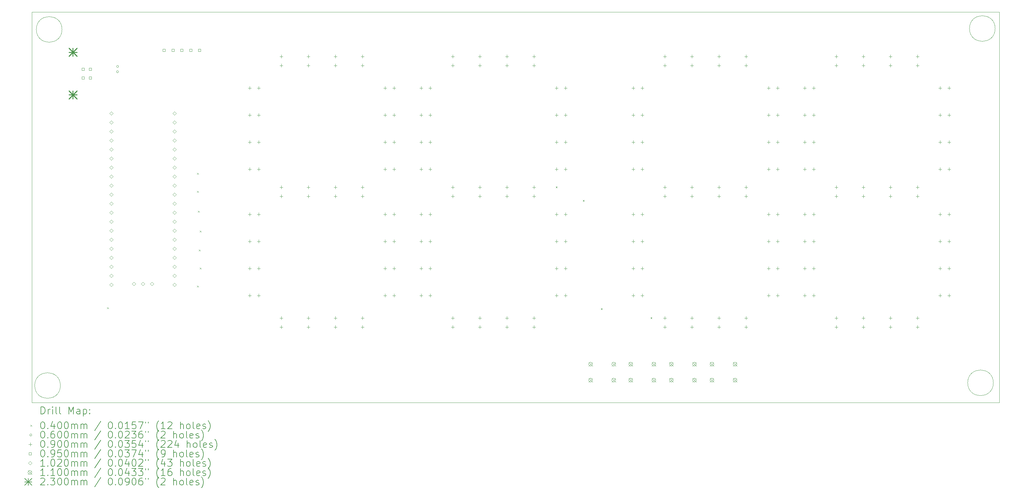
<source format=gbr>
%TF.GenerationSoftware,KiCad,Pcbnew,(6.0.9-0)*%
%TF.CreationDate,2023-10-02T11:36:55-04:00*%
%TF.ProjectId,clock,636c6f63-6b2e-46b6-9963-61645f706362,rev?*%
%TF.SameCoordinates,Original*%
%TF.FileFunction,Drillmap*%
%TF.FilePolarity,Positive*%
%FSLAX45Y45*%
G04 Gerber Fmt 4.5, Leading zero omitted, Abs format (unit mm)*
G04 Created by KiCad (PCBNEW (6.0.9-0)) date 2023-10-02 11:36:55*
%MOMM*%
%LPD*%
G01*
G04 APERTURE LIST*
%ADD10C,0.100000*%
%ADD11C,0.200000*%
%ADD12C,0.040000*%
%ADD13C,0.060000*%
%ADD14C,0.090000*%
%ADD15C,0.095000*%
%ADD16C,0.102000*%
%ADD17C,0.110000*%
%ADD18C,0.230000*%
G04 APERTURE END LIST*
D10*
X2017404Y-11734800D02*
G75*
G03*
X2017404Y-11734800I-361002J0D01*
G01*
X2062802Y-1707202D02*
G75*
G03*
X2062802Y-1707202I-361002J0D01*
G01*
X28326402Y-1681802D02*
G75*
G03*
X28326402Y-1681802I-361002J0D01*
G01*
X28275602Y-11658600D02*
G75*
G03*
X28275602Y-11658600I-361002J0D01*
G01*
X1219200Y-1219200D02*
X28448000Y-1219200D01*
X28448000Y-1219200D02*
X28448000Y-12217400D01*
X28448000Y-12217400D02*
X1219200Y-12217400D01*
X1219200Y-12217400D02*
X1219200Y-1219200D01*
D11*
D12*
X3332800Y-9530400D02*
X3372800Y-9570400D01*
X3372800Y-9530400D02*
X3332800Y-9570400D01*
X5865800Y-5749400D02*
X5905800Y-5789400D01*
X5905800Y-5749400D02*
X5865800Y-5789400D01*
X5865800Y-6257400D02*
X5905800Y-6297400D01*
X5905800Y-6257400D02*
X5865800Y-6297400D01*
X5865800Y-8924400D02*
X5905800Y-8964400D01*
X5905800Y-8924400D02*
X5865800Y-8964400D01*
X5891200Y-6816200D02*
X5931200Y-6856200D01*
X5931200Y-6816200D02*
X5891200Y-6856200D01*
X5916600Y-7908400D02*
X5956600Y-7948400D01*
X5956600Y-7908400D02*
X5916600Y-7948400D01*
X5942000Y-7375000D02*
X5982000Y-7415000D01*
X5982000Y-7375000D02*
X5942000Y-7415000D01*
X5942000Y-8416400D02*
X5982000Y-8456400D01*
X5982000Y-8416400D02*
X5942000Y-8456400D01*
X15961800Y-6130400D02*
X16001800Y-6170400D01*
X16001800Y-6130400D02*
X15961800Y-6170400D01*
X16723800Y-6511400D02*
X16763800Y-6551400D01*
X16763800Y-6511400D02*
X16723800Y-6551400D01*
X17231800Y-9559400D02*
X17271800Y-9599400D01*
X17271800Y-9559400D02*
X17231800Y-9599400D01*
X18628800Y-9813400D02*
X18668800Y-9853400D01*
X18668800Y-9813400D02*
X18628800Y-9853400D01*
D13*
X3655200Y-2749200D02*
G75*
G03*
X3655200Y-2749200I-30000J0D01*
G01*
X3655200Y-2899200D02*
G75*
G03*
X3655200Y-2899200I-30000J0D01*
G01*
D14*
X7345800Y-3311400D02*
X7345800Y-3401400D01*
X7300800Y-3356400D02*
X7390800Y-3356400D01*
X7345800Y-4073400D02*
X7345800Y-4163400D01*
X7300800Y-4118400D02*
X7390800Y-4118400D01*
X7345800Y-4835400D02*
X7345800Y-4925400D01*
X7300800Y-4880400D02*
X7390800Y-4880400D01*
X7345800Y-5597400D02*
X7345800Y-5687400D01*
X7300800Y-5642400D02*
X7390800Y-5642400D01*
X7345800Y-6867400D02*
X7345800Y-6957400D01*
X7300800Y-6912400D02*
X7390800Y-6912400D01*
X7345800Y-7629400D02*
X7345800Y-7719400D01*
X7300800Y-7674400D02*
X7390800Y-7674400D01*
X7345800Y-8391400D02*
X7345800Y-8481400D01*
X7300800Y-8436400D02*
X7390800Y-8436400D01*
X7345800Y-9153400D02*
X7345800Y-9243400D01*
X7300800Y-9198400D02*
X7390800Y-9198400D01*
X7599800Y-3311400D02*
X7599800Y-3401400D01*
X7554800Y-3356400D02*
X7644800Y-3356400D01*
X7599800Y-4073400D02*
X7599800Y-4163400D01*
X7554800Y-4118400D02*
X7644800Y-4118400D01*
X7599800Y-4835400D02*
X7599800Y-4925400D01*
X7554800Y-4880400D02*
X7644800Y-4880400D01*
X7599800Y-5597400D02*
X7599800Y-5687400D01*
X7554800Y-5642400D02*
X7644800Y-5642400D01*
X7599800Y-6867400D02*
X7599800Y-6957400D01*
X7554800Y-6912400D02*
X7644800Y-6912400D01*
X7599800Y-7629400D02*
X7599800Y-7719400D01*
X7554800Y-7674400D02*
X7644800Y-7674400D01*
X7599800Y-8391400D02*
X7599800Y-8481400D01*
X7554800Y-8436400D02*
X7644800Y-8436400D01*
X7599800Y-9153400D02*
X7599800Y-9243400D01*
X7554800Y-9198400D02*
X7644800Y-9198400D01*
X8234800Y-2422400D02*
X8234800Y-2512400D01*
X8189800Y-2467400D02*
X8279800Y-2467400D01*
X8234800Y-2676400D02*
X8234800Y-2766400D01*
X8189800Y-2721400D02*
X8279800Y-2721400D01*
X8234800Y-6105400D02*
X8234800Y-6195400D01*
X8189800Y-6150400D02*
X8279800Y-6150400D01*
X8234800Y-6359400D02*
X8234800Y-6449400D01*
X8189800Y-6404400D02*
X8279800Y-6404400D01*
X8234800Y-9788400D02*
X8234800Y-9878400D01*
X8189800Y-9833400D02*
X8279800Y-9833400D01*
X8234800Y-10042400D02*
X8234800Y-10132400D01*
X8189800Y-10087400D02*
X8279800Y-10087400D01*
X8996800Y-2422400D02*
X8996800Y-2512400D01*
X8951800Y-2467400D02*
X9041800Y-2467400D01*
X8996800Y-2676400D02*
X8996800Y-2766400D01*
X8951800Y-2721400D02*
X9041800Y-2721400D01*
X8996800Y-6105400D02*
X8996800Y-6195400D01*
X8951800Y-6150400D02*
X9041800Y-6150400D01*
X8996800Y-6359400D02*
X8996800Y-6449400D01*
X8951800Y-6404400D02*
X9041800Y-6404400D01*
X8996800Y-9788400D02*
X8996800Y-9878400D01*
X8951800Y-9833400D02*
X9041800Y-9833400D01*
X8996800Y-10042400D02*
X8996800Y-10132400D01*
X8951800Y-10087400D02*
X9041800Y-10087400D01*
X9758800Y-2422400D02*
X9758800Y-2512400D01*
X9713800Y-2467400D02*
X9803800Y-2467400D01*
X9758800Y-2676400D02*
X9758800Y-2766400D01*
X9713800Y-2721400D02*
X9803800Y-2721400D01*
X9758800Y-6105400D02*
X9758800Y-6195400D01*
X9713800Y-6150400D02*
X9803800Y-6150400D01*
X9758800Y-6359400D02*
X9758800Y-6449400D01*
X9713800Y-6404400D02*
X9803800Y-6404400D01*
X9758800Y-9788400D02*
X9758800Y-9878400D01*
X9713800Y-9833400D02*
X9803800Y-9833400D01*
X9758800Y-10042400D02*
X9758800Y-10132400D01*
X9713800Y-10087400D02*
X9803800Y-10087400D01*
X10520800Y-2422400D02*
X10520800Y-2512400D01*
X10475800Y-2467400D02*
X10565800Y-2467400D01*
X10520800Y-2676400D02*
X10520800Y-2766400D01*
X10475800Y-2721400D02*
X10565800Y-2721400D01*
X10520800Y-6105400D02*
X10520800Y-6195400D01*
X10475800Y-6150400D02*
X10565800Y-6150400D01*
X10520800Y-6359400D02*
X10520800Y-6449400D01*
X10475800Y-6404400D02*
X10565800Y-6404400D01*
X10520800Y-9788400D02*
X10520800Y-9878400D01*
X10475800Y-9833400D02*
X10565800Y-9833400D01*
X10520800Y-10042400D02*
X10520800Y-10132400D01*
X10475800Y-10087400D02*
X10565800Y-10087400D01*
X11155800Y-3311400D02*
X11155800Y-3401400D01*
X11110800Y-3356400D02*
X11200800Y-3356400D01*
X11155800Y-4073400D02*
X11155800Y-4163400D01*
X11110800Y-4118400D02*
X11200800Y-4118400D01*
X11155800Y-4835400D02*
X11155800Y-4925400D01*
X11110800Y-4880400D02*
X11200800Y-4880400D01*
X11155800Y-5597400D02*
X11155800Y-5687400D01*
X11110800Y-5642400D02*
X11200800Y-5642400D01*
X11155800Y-6867400D02*
X11155800Y-6957400D01*
X11110800Y-6912400D02*
X11200800Y-6912400D01*
X11155800Y-7629400D02*
X11155800Y-7719400D01*
X11110800Y-7674400D02*
X11200800Y-7674400D01*
X11155800Y-8391400D02*
X11155800Y-8481400D01*
X11110800Y-8436400D02*
X11200800Y-8436400D01*
X11155800Y-9153400D02*
X11155800Y-9243400D01*
X11110800Y-9198400D02*
X11200800Y-9198400D01*
X11409800Y-3311400D02*
X11409800Y-3401400D01*
X11364800Y-3356400D02*
X11454800Y-3356400D01*
X11409800Y-4073400D02*
X11409800Y-4163400D01*
X11364800Y-4118400D02*
X11454800Y-4118400D01*
X11409800Y-4835400D02*
X11409800Y-4925400D01*
X11364800Y-4880400D02*
X11454800Y-4880400D01*
X11409800Y-5597400D02*
X11409800Y-5687400D01*
X11364800Y-5642400D02*
X11454800Y-5642400D01*
X11409800Y-6867400D02*
X11409800Y-6957400D01*
X11364800Y-6912400D02*
X11454800Y-6912400D01*
X11409800Y-7629400D02*
X11409800Y-7719400D01*
X11364800Y-7674400D02*
X11454800Y-7674400D01*
X11409800Y-8391400D02*
X11409800Y-8481400D01*
X11364800Y-8436400D02*
X11454800Y-8436400D01*
X11409800Y-9153400D02*
X11409800Y-9243400D01*
X11364800Y-9198400D02*
X11454800Y-9198400D01*
X12171800Y-3311400D02*
X12171800Y-3401400D01*
X12126800Y-3356400D02*
X12216800Y-3356400D01*
X12171800Y-4073400D02*
X12171800Y-4163400D01*
X12126800Y-4118400D02*
X12216800Y-4118400D01*
X12171800Y-4835400D02*
X12171800Y-4925400D01*
X12126800Y-4880400D02*
X12216800Y-4880400D01*
X12171800Y-5597400D02*
X12171800Y-5687400D01*
X12126800Y-5642400D02*
X12216800Y-5642400D01*
X12171800Y-6867400D02*
X12171800Y-6957400D01*
X12126800Y-6912400D02*
X12216800Y-6912400D01*
X12171800Y-7629400D02*
X12171800Y-7719400D01*
X12126800Y-7674400D02*
X12216800Y-7674400D01*
X12171800Y-8391400D02*
X12171800Y-8481400D01*
X12126800Y-8436400D02*
X12216800Y-8436400D01*
X12171800Y-9153400D02*
X12171800Y-9243400D01*
X12126800Y-9198400D02*
X12216800Y-9198400D01*
X12425800Y-3311400D02*
X12425800Y-3401400D01*
X12380800Y-3356400D02*
X12470800Y-3356400D01*
X12425800Y-4073400D02*
X12425800Y-4163400D01*
X12380800Y-4118400D02*
X12470800Y-4118400D01*
X12425800Y-4835400D02*
X12425800Y-4925400D01*
X12380800Y-4880400D02*
X12470800Y-4880400D01*
X12425800Y-5597400D02*
X12425800Y-5687400D01*
X12380800Y-5642400D02*
X12470800Y-5642400D01*
X12425800Y-6867400D02*
X12425800Y-6957400D01*
X12380800Y-6912400D02*
X12470800Y-6912400D01*
X12425800Y-7629400D02*
X12425800Y-7719400D01*
X12380800Y-7674400D02*
X12470800Y-7674400D01*
X12425800Y-8391400D02*
X12425800Y-8481400D01*
X12380800Y-8436400D02*
X12470800Y-8436400D01*
X12425800Y-9153400D02*
X12425800Y-9243400D01*
X12380800Y-9198400D02*
X12470800Y-9198400D01*
X13060800Y-2422400D02*
X13060800Y-2512400D01*
X13015800Y-2467400D02*
X13105800Y-2467400D01*
X13060800Y-2676400D02*
X13060800Y-2766400D01*
X13015800Y-2721400D02*
X13105800Y-2721400D01*
X13060800Y-6105400D02*
X13060800Y-6195400D01*
X13015800Y-6150400D02*
X13105800Y-6150400D01*
X13060800Y-6359400D02*
X13060800Y-6449400D01*
X13015800Y-6404400D02*
X13105800Y-6404400D01*
X13060800Y-9788400D02*
X13060800Y-9878400D01*
X13015800Y-9833400D02*
X13105800Y-9833400D01*
X13060800Y-10042400D02*
X13060800Y-10132400D01*
X13015800Y-10087400D02*
X13105800Y-10087400D01*
X13822800Y-2422400D02*
X13822800Y-2512400D01*
X13777800Y-2467400D02*
X13867800Y-2467400D01*
X13822800Y-2676400D02*
X13822800Y-2766400D01*
X13777800Y-2721400D02*
X13867800Y-2721400D01*
X13822800Y-6105400D02*
X13822800Y-6195400D01*
X13777800Y-6150400D02*
X13867800Y-6150400D01*
X13822800Y-6359400D02*
X13822800Y-6449400D01*
X13777800Y-6404400D02*
X13867800Y-6404400D01*
X13822800Y-9788400D02*
X13822800Y-9878400D01*
X13777800Y-9833400D02*
X13867800Y-9833400D01*
X13822800Y-10042400D02*
X13822800Y-10132400D01*
X13777800Y-10087400D02*
X13867800Y-10087400D01*
X14584800Y-2422400D02*
X14584800Y-2512400D01*
X14539800Y-2467400D02*
X14629800Y-2467400D01*
X14584800Y-2676400D02*
X14584800Y-2766400D01*
X14539800Y-2721400D02*
X14629800Y-2721400D01*
X14584800Y-6105400D02*
X14584800Y-6195400D01*
X14539800Y-6150400D02*
X14629800Y-6150400D01*
X14584800Y-6359400D02*
X14584800Y-6449400D01*
X14539800Y-6404400D02*
X14629800Y-6404400D01*
X14584800Y-9788400D02*
X14584800Y-9878400D01*
X14539800Y-9833400D02*
X14629800Y-9833400D01*
X14584800Y-10042400D02*
X14584800Y-10132400D01*
X14539800Y-10087400D02*
X14629800Y-10087400D01*
X15346800Y-2422400D02*
X15346800Y-2512400D01*
X15301800Y-2467400D02*
X15391800Y-2467400D01*
X15346800Y-2676400D02*
X15346800Y-2766400D01*
X15301800Y-2721400D02*
X15391800Y-2721400D01*
X15346800Y-6105400D02*
X15346800Y-6195400D01*
X15301800Y-6150400D02*
X15391800Y-6150400D01*
X15346800Y-6359400D02*
X15346800Y-6449400D01*
X15301800Y-6404400D02*
X15391800Y-6404400D01*
X15346800Y-9788400D02*
X15346800Y-9878400D01*
X15301800Y-9833400D02*
X15391800Y-9833400D01*
X15346800Y-10042400D02*
X15346800Y-10132400D01*
X15301800Y-10087400D02*
X15391800Y-10087400D01*
X15981800Y-3311400D02*
X15981800Y-3401400D01*
X15936800Y-3356400D02*
X16026800Y-3356400D01*
X15981800Y-4073400D02*
X15981800Y-4163400D01*
X15936800Y-4118400D02*
X16026800Y-4118400D01*
X15981800Y-4835400D02*
X15981800Y-4925400D01*
X15936800Y-4880400D02*
X16026800Y-4880400D01*
X15981800Y-5597400D02*
X15981800Y-5687400D01*
X15936800Y-5642400D02*
X16026800Y-5642400D01*
X15981800Y-6867400D02*
X15981800Y-6957400D01*
X15936800Y-6912400D02*
X16026800Y-6912400D01*
X15981800Y-7629400D02*
X15981800Y-7719400D01*
X15936800Y-7674400D02*
X16026800Y-7674400D01*
X15981800Y-8391400D02*
X15981800Y-8481400D01*
X15936800Y-8436400D02*
X16026800Y-8436400D01*
X15981800Y-9153400D02*
X15981800Y-9243400D01*
X15936800Y-9198400D02*
X16026800Y-9198400D01*
X16235800Y-3311400D02*
X16235800Y-3401400D01*
X16190800Y-3356400D02*
X16280800Y-3356400D01*
X16235800Y-4073400D02*
X16235800Y-4163400D01*
X16190800Y-4118400D02*
X16280800Y-4118400D01*
X16235800Y-4835400D02*
X16235800Y-4925400D01*
X16190800Y-4880400D02*
X16280800Y-4880400D01*
X16235800Y-5597400D02*
X16235800Y-5687400D01*
X16190800Y-5642400D02*
X16280800Y-5642400D01*
X16235800Y-6867400D02*
X16235800Y-6957400D01*
X16190800Y-6912400D02*
X16280800Y-6912400D01*
X16235800Y-7629400D02*
X16235800Y-7719400D01*
X16190800Y-7674400D02*
X16280800Y-7674400D01*
X16235800Y-8391400D02*
X16235800Y-8481400D01*
X16190800Y-8436400D02*
X16280800Y-8436400D01*
X16235800Y-9153400D02*
X16235800Y-9243400D01*
X16190800Y-9198400D02*
X16280800Y-9198400D01*
X18140800Y-3311400D02*
X18140800Y-3401400D01*
X18095800Y-3356400D02*
X18185800Y-3356400D01*
X18140800Y-4073400D02*
X18140800Y-4163400D01*
X18095800Y-4118400D02*
X18185800Y-4118400D01*
X18140800Y-4835400D02*
X18140800Y-4925400D01*
X18095800Y-4880400D02*
X18185800Y-4880400D01*
X18140800Y-5597400D02*
X18140800Y-5687400D01*
X18095800Y-5642400D02*
X18185800Y-5642400D01*
X18140800Y-6867400D02*
X18140800Y-6957400D01*
X18095800Y-6912400D02*
X18185800Y-6912400D01*
X18140800Y-7629400D02*
X18140800Y-7719400D01*
X18095800Y-7674400D02*
X18185800Y-7674400D01*
X18140800Y-8391400D02*
X18140800Y-8481400D01*
X18095800Y-8436400D02*
X18185800Y-8436400D01*
X18140800Y-9153400D02*
X18140800Y-9243400D01*
X18095800Y-9198400D02*
X18185800Y-9198400D01*
X18394800Y-3311400D02*
X18394800Y-3401400D01*
X18349800Y-3356400D02*
X18439800Y-3356400D01*
X18394800Y-4073400D02*
X18394800Y-4163400D01*
X18349800Y-4118400D02*
X18439800Y-4118400D01*
X18394800Y-4835400D02*
X18394800Y-4925400D01*
X18349800Y-4880400D02*
X18439800Y-4880400D01*
X18394800Y-5597400D02*
X18394800Y-5687400D01*
X18349800Y-5642400D02*
X18439800Y-5642400D01*
X18394800Y-6867400D02*
X18394800Y-6957400D01*
X18349800Y-6912400D02*
X18439800Y-6912400D01*
X18394800Y-7629400D02*
X18394800Y-7719400D01*
X18349800Y-7674400D02*
X18439800Y-7674400D01*
X18394800Y-8391400D02*
X18394800Y-8481400D01*
X18349800Y-8436400D02*
X18439800Y-8436400D01*
X18394800Y-9153400D02*
X18394800Y-9243400D01*
X18349800Y-9198400D02*
X18439800Y-9198400D01*
X19029800Y-2422400D02*
X19029800Y-2512400D01*
X18984800Y-2467400D02*
X19074800Y-2467400D01*
X19029800Y-2676400D02*
X19029800Y-2766400D01*
X18984800Y-2721400D02*
X19074800Y-2721400D01*
X19029800Y-6105400D02*
X19029800Y-6195400D01*
X18984800Y-6150400D02*
X19074800Y-6150400D01*
X19029800Y-6359400D02*
X19029800Y-6449400D01*
X18984800Y-6404400D02*
X19074800Y-6404400D01*
X19029800Y-9788400D02*
X19029800Y-9878400D01*
X18984800Y-9833400D02*
X19074800Y-9833400D01*
X19029800Y-10042400D02*
X19029800Y-10132400D01*
X18984800Y-10087400D02*
X19074800Y-10087400D01*
X19791800Y-2422400D02*
X19791800Y-2512400D01*
X19746800Y-2467400D02*
X19836800Y-2467400D01*
X19791800Y-2676400D02*
X19791800Y-2766400D01*
X19746800Y-2721400D02*
X19836800Y-2721400D01*
X19791800Y-6105400D02*
X19791800Y-6195400D01*
X19746800Y-6150400D02*
X19836800Y-6150400D01*
X19791800Y-6359400D02*
X19791800Y-6449400D01*
X19746800Y-6404400D02*
X19836800Y-6404400D01*
X19791800Y-9788400D02*
X19791800Y-9878400D01*
X19746800Y-9833400D02*
X19836800Y-9833400D01*
X19791800Y-10042400D02*
X19791800Y-10132400D01*
X19746800Y-10087400D02*
X19836800Y-10087400D01*
X20553800Y-2422400D02*
X20553800Y-2512400D01*
X20508800Y-2467400D02*
X20598800Y-2467400D01*
X20553800Y-2676400D02*
X20553800Y-2766400D01*
X20508800Y-2721400D02*
X20598800Y-2721400D01*
X20553800Y-6105400D02*
X20553800Y-6195400D01*
X20508800Y-6150400D02*
X20598800Y-6150400D01*
X20553800Y-6359400D02*
X20553800Y-6449400D01*
X20508800Y-6404400D02*
X20598800Y-6404400D01*
X20553800Y-9788400D02*
X20553800Y-9878400D01*
X20508800Y-9833400D02*
X20598800Y-9833400D01*
X20553800Y-10042400D02*
X20553800Y-10132400D01*
X20508800Y-10087400D02*
X20598800Y-10087400D01*
X21315800Y-2422400D02*
X21315800Y-2512400D01*
X21270800Y-2467400D02*
X21360800Y-2467400D01*
X21315800Y-2676400D02*
X21315800Y-2766400D01*
X21270800Y-2721400D02*
X21360800Y-2721400D01*
X21315800Y-6105400D02*
X21315800Y-6195400D01*
X21270800Y-6150400D02*
X21360800Y-6150400D01*
X21315800Y-6359400D02*
X21315800Y-6449400D01*
X21270800Y-6404400D02*
X21360800Y-6404400D01*
X21315800Y-9788400D02*
X21315800Y-9878400D01*
X21270800Y-9833400D02*
X21360800Y-9833400D01*
X21315800Y-10042400D02*
X21315800Y-10132400D01*
X21270800Y-10087400D02*
X21360800Y-10087400D01*
X21950800Y-3311400D02*
X21950800Y-3401400D01*
X21905800Y-3356400D02*
X21995800Y-3356400D01*
X21950800Y-4073400D02*
X21950800Y-4163400D01*
X21905800Y-4118400D02*
X21995800Y-4118400D01*
X21950800Y-4835400D02*
X21950800Y-4925400D01*
X21905800Y-4880400D02*
X21995800Y-4880400D01*
X21950800Y-5597400D02*
X21950800Y-5687400D01*
X21905800Y-5642400D02*
X21995800Y-5642400D01*
X21950800Y-6867400D02*
X21950800Y-6957400D01*
X21905800Y-6912400D02*
X21995800Y-6912400D01*
X21950800Y-7629400D02*
X21950800Y-7719400D01*
X21905800Y-7674400D02*
X21995800Y-7674400D01*
X21950800Y-8391400D02*
X21950800Y-8481400D01*
X21905800Y-8436400D02*
X21995800Y-8436400D01*
X21950800Y-9153400D02*
X21950800Y-9243400D01*
X21905800Y-9198400D02*
X21995800Y-9198400D01*
X22204800Y-3311400D02*
X22204800Y-3401400D01*
X22159800Y-3356400D02*
X22249800Y-3356400D01*
X22204800Y-4073400D02*
X22204800Y-4163400D01*
X22159800Y-4118400D02*
X22249800Y-4118400D01*
X22204800Y-4835400D02*
X22204800Y-4925400D01*
X22159800Y-4880400D02*
X22249800Y-4880400D01*
X22204800Y-5597400D02*
X22204800Y-5687400D01*
X22159800Y-5642400D02*
X22249800Y-5642400D01*
X22204800Y-6867400D02*
X22204800Y-6957400D01*
X22159800Y-6912400D02*
X22249800Y-6912400D01*
X22204800Y-7629400D02*
X22204800Y-7719400D01*
X22159800Y-7674400D02*
X22249800Y-7674400D01*
X22204800Y-8391400D02*
X22204800Y-8481400D01*
X22159800Y-8436400D02*
X22249800Y-8436400D01*
X22204800Y-9153400D02*
X22204800Y-9243400D01*
X22159800Y-9198400D02*
X22249800Y-9198400D01*
X22966800Y-3311400D02*
X22966800Y-3401400D01*
X22921800Y-3356400D02*
X23011800Y-3356400D01*
X22966800Y-4073400D02*
X22966800Y-4163400D01*
X22921800Y-4118400D02*
X23011800Y-4118400D01*
X22966800Y-4835400D02*
X22966800Y-4925400D01*
X22921800Y-4880400D02*
X23011800Y-4880400D01*
X22966800Y-5597400D02*
X22966800Y-5687400D01*
X22921800Y-5642400D02*
X23011800Y-5642400D01*
X22966800Y-6867400D02*
X22966800Y-6957400D01*
X22921800Y-6912400D02*
X23011800Y-6912400D01*
X22966800Y-7629400D02*
X22966800Y-7719400D01*
X22921800Y-7674400D02*
X23011800Y-7674400D01*
X22966800Y-8391400D02*
X22966800Y-8481400D01*
X22921800Y-8436400D02*
X23011800Y-8436400D01*
X22966800Y-9153400D02*
X22966800Y-9243400D01*
X22921800Y-9198400D02*
X23011800Y-9198400D01*
X23220800Y-3311400D02*
X23220800Y-3401400D01*
X23175800Y-3356400D02*
X23265800Y-3356400D01*
X23220800Y-4073400D02*
X23220800Y-4163400D01*
X23175800Y-4118400D02*
X23265800Y-4118400D01*
X23220800Y-4835400D02*
X23220800Y-4925400D01*
X23175800Y-4880400D02*
X23265800Y-4880400D01*
X23220800Y-5597400D02*
X23220800Y-5687400D01*
X23175800Y-5642400D02*
X23265800Y-5642400D01*
X23220800Y-6867400D02*
X23220800Y-6957400D01*
X23175800Y-6912400D02*
X23265800Y-6912400D01*
X23220800Y-7629400D02*
X23220800Y-7719400D01*
X23175800Y-7674400D02*
X23265800Y-7674400D01*
X23220800Y-8391400D02*
X23220800Y-8481400D01*
X23175800Y-8436400D02*
X23265800Y-8436400D01*
X23220800Y-9153400D02*
X23220800Y-9243400D01*
X23175800Y-9198400D02*
X23265800Y-9198400D01*
X23855800Y-2422400D02*
X23855800Y-2512400D01*
X23810800Y-2467400D02*
X23900800Y-2467400D01*
X23855800Y-2676400D02*
X23855800Y-2766400D01*
X23810800Y-2721400D02*
X23900800Y-2721400D01*
X23855800Y-6105400D02*
X23855800Y-6195400D01*
X23810800Y-6150400D02*
X23900800Y-6150400D01*
X23855800Y-6359400D02*
X23855800Y-6449400D01*
X23810800Y-6404400D02*
X23900800Y-6404400D01*
X23855800Y-9788400D02*
X23855800Y-9878400D01*
X23810800Y-9833400D02*
X23900800Y-9833400D01*
X23855800Y-10042400D02*
X23855800Y-10132400D01*
X23810800Y-10087400D02*
X23900800Y-10087400D01*
X24617800Y-2422400D02*
X24617800Y-2512400D01*
X24572800Y-2467400D02*
X24662800Y-2467400D01*
X24617800Y-2676400D02*
X24617800Y-2766400D01*
X24572800Y-2721400D02*
X24662800Y-2721400D01*
X24617800Y-6105400D02*
X24617800Y-6195400D01*
X24572800Y-6150400D02*
X24662800Y-6150400D01*
X24617800Y-6359400D02*
X24617800Y-6449400D01*
X24572800Y-6404400D02*
X24662800Y-6404400D01*
X24617800Y-9788400D02*
X24617800Y-9878400D01*
X24572800Y-9833400D02*
X24662800Y-9833400D01*
X24617800Y-10042400D02*
X24617800Y-10132400D01*
X24572800Y-10087400D02*
X24662800Y-10087400D01*
X25379800Y-2422400D02*
X25379800Y-2512400D01*
X25334800Y-2467400D02*
X25424800Y-2467400D01*
X25379800Y-2676400D02*
X25379800Y-2766400D01*
X25334800Y-2721400D02*
X25424800Y-2721400D01*
X25379800Y-6105400D02*
X25379800Y-6195400D01*
X25334800Y-6150400D02*
X25424800Y-6150400D01*
X25379800Y-6359400D02*
X25379800Y-6449400D01*
X25334800Y-6404400D02*
X25424800Y-6404400D01*
X25379800Y-9788400D02*
X25379800Y-9878400D01*
X25334800Y-9833400D02*
X25424800Y-9833400D01*
X25379800Y-10042400D02*
X25379800Y-10132400D01*
X25334800Y-10087400D02*
X25424800Y-10087400D01*
X26141800Y-2422400D02*
X26141800Y-2512400D01*
X26096800Y-2467400D02*
X26186800Y-2467400D01*
X26141800Y-2676400D02*
X26141800Y-2766400D01*
X26096800Y-2721400D02*
X26186800Y-2721400D01*
X26141800Y-6105400D02*
X26141800Y-6195400D01*
X26096800Y-6150400D02*
X26186800Y-6150400D01*
X26141800Y-6359400D02*
X26141800Y-6449400D01*
X26096800Y-6404400D02*
X26186800Y-6404400D01*
X26141800Y-9788400D02*
X26141800Y-9878400D01*
X26096800Y-9833400D02*
X26186800Y-9833400D01*
X26141800Y-10042400D02*
X26141800Y-10132400D01*
X26096800Y-10087400D02*
X26186800Y-10087400D01*
X26776800Y-3311400D02*
X26776800Y-3401400D01*
X26731800Y-3356400D02*
X26821800Y-3356400D01*
X26776800Y-4073400D02*
X26776800Y-4163400D01*
X26731800Y-4118400D02*
X26821800Y-4118400D01*
X26776800Y-4835400D02*
X26776800Y-4925400D01*
X26731800Y-4880400D02*
X26821800Y-4880400D01*
X26776800Y-5597400D02*
X26776800Y-5687400D01*
X26731800Y-5642400D02*
X26821800Y-5642400D01*
X26776800Y-6867400D02*
X26776800Y-6957400D01*
X26731800Y-6912400D02*
X26821800Y-6912400D01*
X26776800Y-7629400D02*
X26776800Y-7719400D01*
X26731800Y-7674400D02*
X26821800Y-7674400D01*
X26776800Y-8391400D02*
X26776800Y-8481400D01*
X26731800Y-8436400D02*
X26821800Y-8436400D01*
X26776800Y-9153400D02*
X26776800Y-9243400D01*
X26731800Y-9198400D02*
X26821800Y-9198400D01*
X27030800Y-3311400D02*
X27030800Y-3401400D01*
X26985800Y-3356400D02*
X27075800Y-3356400D01*
X27030800Y-4073400D02*
X27030800Y-4163400D01*
X26985800Y-4118400D02*
X27075800Y-4118400D01*
X27030800Y-4835400D02*
X27030800Y-4925400D01*
X26985800Y-4880400D02*
X27075800Y-4880400D01*
X27030800Y-5597400D02*
X27030800Y-5687400D01*
X26985800Y-5642400D02*
X27075800Y-5642400D01*
X27030800Y-6867400D02*
X27030800Y-6957400D01*
X26985800Y-6912400D02*
X27075800Y-6912400D01*
X27030800Y-7629400D02*
X27030800Y-7719400D01*
X26985800Y-7674400D02*
X27075800Y-7674400D01*
X27030800Y-8391400D02*
X27030800Y-8481400D01*
X26985800Y-8436400D02*
X27075800Y-8436400D01*
X27030800Y-9153400D02*
X27030800Y-9243400D01*
X26985800Y-9198400D02*
X27075800Y-9198400D01*
D15*
X2689738Y-2856988D02*
X2689738Y-2789812D01*
X2622562Y-2789812D01*
X2622562Y-2856988D01*
X2689738Y-2856988D01*
X2689738Y-3106988D02*
X2689738Y-3039812D01*
X2622562Y-3039812D01*
X2622562Y-3106988D01*
X2689738Y-3106988D01*
X2889738Y-2856988D02*
X2889738Y-2789812D01*
X2822562Y-2789812D01*
X2822562Y-2856988D01*
X2889738Y-2856988D01*
X2889738Y-3106988D02*
X2889738Y-3039812D01*
X2822562Y-3039812D01*
X2822562Y-3106988D01*
X2889738Y-3106988D01*
X4966188Y-2323188D02*
X4966188Y-2256012D01*
X4899012Y-2256012D01*
X4899012Y-2323188D01*
X4966188Y-2323188D01*
X5216188Y-2323188D02*
X5216188Y-2256012D01*
X5149012Y-2256012D01*
X5149012Y-2323188D01*
X5216188Y-2323188D01*
X5466188Y-2323188D02*
X5466188Y-2256012D01*
X5399012Y-2256012D01*
X5399012Y-2323188D01*
X5466188Y-2323188D01*
X5716188Y-2323188D02*
X5716188Y-2256012D01*
X5649012Y-2256012D01*
X5649012Y-2323188D01*
X5716188Y-2323188D01*
X5966188Y-2323188D02*
X5966188Y-2256012D01*
X5899012Y-2256012D01*
X5899012Y-2323188D01*
X5966188Y-2323188D01*
D16*
X3447400Y-4118600D02*
X3498400Y-4067600D01*
X3447400Y-4016600D01*
X3396400Y-4067600D01*
X3447400Y-4118600D01*
X3447400Y-4372600D02*
X3498400Y-4321600D01*
X3447400Y-4270600D01*
X3396400Y-4321600D01*
X3447400Y-4372600D01*
X3447400Y-4626600D02*
X3498400Y-4575600D01*
X3447400Y-4524600D01*
X3396400Y-4575600D01*
X3447400Y-4626600D01*
X3447400Y-4880600D02*
X3498400Y-4829600D01*
X3447400Y-4778600D01*
X3396400Y-4829600D01*
X3447400Y-4880600D01*
X3447400Y-5134600D02*
X3498400Y-5083600D01*
X3447400Y-5032600D01*
X3396400Y-5083600D01*
X3447400Y-5134600D01*
X3447400Y-5388600D02*
X3498400Y-5337600D01*
X3447400Y-5286600D01*
X3396400Y-5337600D01*
X3447400Y-5388600D01*
X3447400Y-5642600D02*
X3498400Y-5591600D01*
X3447400Y-5540600D01*
X3396400Y-5591600D01*
X3447400Y-5642600D01*
X3447400Y-5896600D02*
X3498400Y-5845600D01*
X3447400Y-5794600D01*
X3396400Y-5845600D01*
X3447400Y-5896600D01*
X3447400Y-6150600D02*
X3498400Y-6099600D01*
X3447400Y-6048600D01*
X3396400Y-6099600D01*
X3447400Y-6150600D01*
X3447400Y-6404600D02*
X3498400Y-6353600D01*
X3447400Y-6302600D01*
X3396400Y-6353600D01*
X3447400Y-6404600D01*
X3447400Y-6658600D02*
X3498400Y-6607600D01*
X3447400Y-6556600D01*
X3396400Y-6607600D01*
X3447400Y-6658600D01*
X3447400Y-6912600D02*
X3498400Y-6861600D01*
X3447400Y-6810600D01*
X3396400Y-6861600D01*
X3447400Y-6912600D01*
X3447400Y-7166600D02*
X3498400Y-7115600D01*
X3447400Y-7064600D01*
X3396400Y-7115600D01*
X3447400Y-7166600D01*
X3447400Y-7420600D02*
X3498400Y-7369600D01*
X3447400Y-7318600D01*
X3396400Y-7369600D01*
X3447400Y-7420600D01*
X3447400Y-7674600D02*
X3498400Y-7623600D01*
X3447400Y-7572600D01*
X3396400Y-7623600D01*
X3447400Y-7674600D01*
X3447400Y-7928600D02*
X3498400Y-7877600D01*
X3447400Y-7826600D01*
X3396400Y-7877600D01*
X3447400Y-7928600D01*
X3447400Y-8182600D02*
X3498400Y-8131600D01*
X3447400Y-8080600D01*
X3396400Y-8131600D01*
X3447400Y-8182600D01*
X3447400Y-8436600D02*
X3498400Y-8385600D01*
X3447400Y-8334600D01*
X3396400Y-8385600D01*
X3447400Y-8436600D01*
X3447400Y-8690600D02*
X3498400Y-8639600D01*
X3447400Y-8588600D01*
X3396400Y-8639600D01*
X3447400Y-8690600D01*
X3447400Y-8944600D02*
X3498400Y-8893600D01*
X3447400Y-8842600D01*
X3396400Y-8893600D01*
X3447400Y-8944600D01*
X4082400Y-8921600D02*
X4133400Y-8870600D01*
X4082400Y-8819600D01*
X4031400Y-8870600D01*
X4082400Y-8921600D01*
X4336400Y-8921600D02*
X4387400Y-8870600D01*
X4336400Y-8819600D01*
X4285400Y-8870600D01*
X4336400Y-8921600D01*
X4590400Y-8921600D02*
X4641400Y-8870600D01*
X4590400Y-8819600D01*
X4539400Y-8870600D01*
X4590400Y-8921600D01*
X5225400Y-4118600D02*
X5276400Y-4067600D01*
X5225400Y-4016600D01*
X5174400Y-4067600D01*
X5225400Y-4118600D01*
X5225400Y-4372600D02*
X5276400Y-4321600D01*
X5225400Y-4270600D01*
X5174400Y-4321600D01*
X5225400Y-4372600D01*
X5225400Y-4626600D02*
X5276400Y-4575600D01*
X5225400Y-4524600D01*
X5174400Y-4575600D01*
X5225400Y-4626600D01*
X5225400Y-4880600D02*
X5276400Y-4829600D01*
X5225400Y-4778600D01*
X5174400Y-4829600D01*
X5225400Y-4880600D01*
X5225400Y-5134600D02*
X5276400Y-5083600D01*
X5225400Y-5032600D01*
X5174400Y-5083600D01*
X5225400Y-5134600D01*
X5225400Y-5388600D02*
X5276400Y-5337600D01*
X5225400Y-5286600D01*
X5174400Y-5337600D01*
X5225400Y-5388600D01*
X5225400Y-5642600D02*
X5276400Y-5591600D01*
X5225400Y-5540600D01*
X5174400Y-5591600D01*
X5225400Y-5642600D01*
X5225400Y-5896600D02*
X5276400Y-5845600D01*
X5225400Y-5794600D01*
X5174400Y-5845600D01*
X5225400Y-5896600D01*
X5225400Y-6150600D02*
X5276400Y-6099600D01*
X5225400Y-6048600D01*
X5174400Y-6099600D01*
X5225400Y-6150600D01*
X5225400Y-6404600D02*
X5276400Y-6353600D01*
X5225400Y-6302600D01*
X5174400Y-6353600D01*
X5225400Y-6404600D01*
X5225400Y-6658600D02*
X5276400Y-6607600D01*
X5225400Y-6556600D01*
X5174400Y-6607600D01*
X5225400Y-6658600D01*
X5225400Y-6912600D02*
X5276400Y-6861600D01*
X5225400Y-6810600D01*
X5174400Y-6861600D01*
X5225400Y-6912600D01*
X5225400Y-7166600D02*
X5276400Y-7115600D01*
X5225400Y-7064600D01*
X5174400Y-7115600D01*
X5225400Y-7166600D01*
X5225400Y-7420600D02*
X5276400Y-7369600D01*
X5225400Y-7318600D01*
X5174400Y-7369600D01*
X5225400Y-7420600D01*
X5225400Y-7674600D02*
X5276400Y-7623600D01*
X5225400Y-7572600D01*
X5174400Y-7623600D01*
X5225400Y-7674600D01*
X5225400Y-7928600D02*
X5276400Y-7877600D01*
X5225400Y-7826600D01*
X5174400Y-7877600D01*
X5225400Y-7928600D01*
X5225400Y-8182600D02*
X5276400Y-8131600D01*
X5225400Y-8080600D01*
X5174400Y-8131600D01*
X5225400Y-8182600D01*
X5225400Y-8436600D02*
X5276400Y-8385600D01*
X5225400Y-8334600D01*
X5174400Y-8385600D01*
X5225400Y-8436600D01*
X5225400Y-8690600D02*
X5276400Y-8639600D01*
X5225400Y-8588600D01*
X5174400Y-8639600D01*
X5225400Y-8690600D01*
X5225400Y-8944600D02*
X5276400Y-8893600D01*
X5225400Y-8842600D01*
X5174400Y-8893600D01*
X5225400Y-8944600D01*
D17*
X16885000Y-11077400D02*
X16995000Y-11187400D01*
X16995000Y-11077400D02*
X16885000Y-11187400D01*
X16995000Y-11132400D02*
G75*
G03*
X16995000Y-11132400I-55000J0D01*
G01*
X16885000Y-11527400D02*
X16995000Y-11637400D01*
X16995000Y-11527400D02*
X16885000Y-11637400D01*
X16995000Y-11582400D02*
G75*
G03*
X16995000Y-11582400I-55000J0D01*
G01*
X17535000Y-11077400D02*
X17645000Y-11187400D01*
X17645000Y-11077400D02*
X17535000Y-11187400D01*
X17645000Y-11132400D02*
G75*
G03*
X17645000Y-11132400I-55000J0D01*
G01*
X17535000Y-11527400D02*
X17645000Y-11637400D01*
X17645000Y-11527400D02*
X17535000Y-11637400D01*
X17645000Y-11582400D02*
G75*
G03*
X17645000Y-11582400I-55000J0D01*
G01*
X18014800Y-11077400D02*
X18124800Y-11187400D01*
X18124800Y-11077400D02*
X18014800Y-11187400D01*
X18124800Y-11132400D02*
G75*
G03*
X18124800Y-11132400I-55000J0D01*
G01*
X18014800Y-11527400D02*
X18124800Y-11637400D01*
X18124800Y-11527400D02*
X18014800Y-11637400D01*
X18124800Y-11582400D02*
G75*
G03*
X18124800Y-11582400I-55000J0D01*
G01*
X18664800Y-11077400D02*
X18774800Y-11187400D01*
X18774800Y-11077400D02*
X18664800Y-11187400D01*
X18774800Y-11132400D02*
G75*
G03*
X18774800Y-11132400I-55000J0D01*
G01*
X18664800Y-11527400D02*
X18774800Y-11637400D01*
X18774800Y-11527400D02*
X18664800Y-11637400D01*
X18774800Y-11582400D02*
G75*
G03*
X18774800Y-11582400I-55000J0D01*
G01*
X19157800Y-11077400D02*
X19267800Y-11187400D01*
X19267800Y-11077400D02*
X19157800Y-11187400D01*
X19267800Y-11132400D02*
G75*
G03*
X19267800Y-11132400I-55000J0D01*
G01*
X19157800Y-11527400D02*
X19267800Y-11637400D01*
X19267800Y-11527400D02*
X19157800Y-11637400D01*
X19267800Y-11582400D02*
G75*
G03*
X19267800Y-11582400I-55000J0D01*
G01*
X19807800Y-11077400D02*
X19917800Y-11187400D01*
X19917800Y-11077400D02*
X19807800Y-11187400D01*
X19917800Y-11132400D02*
G75*
G03*
X19917800Y-11132400I-55000J0D01*
G01*
X19807800Y-11527400D02*
X19917800Y-11637400D01*
X19917800Y-11527400D02*
X19807800Y-11637400D01*
X19917800Y-11582400D02*
G75*
G03*
X19917800Y-11582400I-55000J0D01*
G01*
X20300800Y-11077400D02*
X20410800Y-11187400D01*
X20410800Y-11077400D02*
X20300800Y-11187400D01*
X20410800Y-11132400D02*
G75*
G03*
X20410800Y-11132400I-55000J0D01*
G01*
X20300800Y-11527400D02*
X20410800Y-11637400D01*
X20410800Y-11527400D02*
X20300800Y-11637400D01*
X20410800Y-11582400D02*
G75*
G03*
X20410800Y-11582400I-55000J0D01*
G01*
X20950800Y-11077400D02*
X21060800Y-11187400D01*
X21060800Y-11077400D02*
X20950800Y-11187400D01*
X21060800Y-11132400D02*
G75*
G03*
X21060800Y-11132400I-55000J0D01*
G01*
X20950800Y-11527400D02*
X21060800Y-11637400D01*
X21060800Y-11527400D02*
X20950800Y-11637400D01*
X21060800Y-11582400D02*
G75*
G03*
X21060800Y-11582400I-55000J0D01*
G01*
D18*
X2255150Y-2233400D02*
X2485150Y-2463400D01*
X2485150Y-2233400D02*
X2255150Y-2463400D01*
X2370150Y-2233400D02*
X2370150Y-2463400D01*
X2255150Y-2348400D02*
X2485150Y-2348400D01*
X2255150Y-3433400D02*
X2485150Y-3663400D01*
X2485150Y-3433400D02*
X2255150Y-3663400D01*
X2370150Y-3433400D02*
X2370150Y-3663400D01*
X2255150Y-3548400D02*
X2485150Y-3548400D01*
D11*
X1471819Y-12532876D02*
X1471819Y-12332876D01*
X1519438Y-12332876D01*
X1548009Y-12342400D01*
X1567057Y-12361448D01*
X1576581Y-12380495D01*
X1586105Y-12418590D01*
X1586105Y-12447162D01*
X1576581Y-12485257D01*
X1567057Y-12504305D01*
X1548009Y-12523352D01*
X1519438Y-12532876D01*
X1471819Y-12532876D01*
X1671819Y-12532876D02*
X1671819Y-12399543D01*
X1671819Y-12437638D02*
X1681343Y-12418590D01*
X1690867Y-12409067D01*
X1709914Y-12399543D01*
X1728962Y-12399543D01*
X1795628Y-12532876D02*
X1795628Y-12399543D01*
X1795628Y-12332876D02*
X1786105Y-12342400D01*
X1795628Y-12351924D01*
X1805152Y-12342400D01*
X1795628Y-12332876D01*
X1795628Y-12351924D01*
X1919438Y-12532876D02*
X1900390Y-12523352D01*
X1890867Y-12504305D01*
X1890867Y-12332876D01*
X2024200Y-12532876D02*
X2005152Y-12523352D01*
X1995628Y-12504305D01*
X1995628Y-12332876D01*
X2252771Y-12532876D02*
X2252771Y-12332876D01*
X2319438Y-12475733D01*
X2386105Y-12332876D01*
X2386105Y-12532876D01*
X2567057Y-12532876D02*
X2567057Y-12428114D01*
X2557533Y-12409067D01*
X2538486Y-12399543D01*
X2500390Y-12399543D01*
X2481343Y-12409067D01*
X2567057Y-12523352D02*
X2548010Y-12532876D01*
X2500390Y-12532876D01*
X2481343Y-12523352D01*
X2471819Y-12504305D01*
X2471819Y-12485257D01*
X2481343Y-12466209D01*
X2500390Y-12456686D01*
X2548010Y-12456686D01*
X2567057Y-12447162D01*
X2662295Y-12399543D02*
X2662295Y-12599543D01*
X2662295Y-12409067D02*
X2681343Y-12399543D01*
X2719438Y-12399543D01*
X2738486Y-12409067D01*
X2748010Y-12418590D01*
X2757533Y-12437638D01*
X2757533Y-12494781D01*
X2748010Y-12513828D01*
X2738486Y-12523352D01*
X2719438Y-12532876D01*
X2681343Y-12532876D01*
X2662295Y-12523352D01*
X2843248Y-12513828D02*
X2852771Y-12523352D01*
X2843248Y-12532876D01*
X2833724Y-12523352D01*
X2843248Y-12513828D01*
X2843248Y-12532876D01*
X2843248Y-12409067D02*
X2852771Y-12418590D01*
X2843248Y-12428114D01*
X2833724Y-12418590D01*
X2843248Y-12409067D01*
X2843248Y-12428114D01*
D12*
X1174200Y-12842400D02*
X1214200Y-12882400D01*
X1214200Y-12842400D02*
X1174200Y-12882400D01*
D11*
X1509914Y-12752876D02*
X1528962Y-12752876D01*
X1548009Y-12762400D01*
X1557533Y-12771924D01*
X1567057Y-12790971D01*
X1576581Y-12829067D01*
X1576581Y-12876686D01*
X1567057Y-12914781D01*
X1557533Y-12933828D01*
X1548009Y-12943352D01*
X1528962Y-12952876D01*
X1509914Y-12952876D01*
X1490867Y-12943352D01*
X1481343Y-12933828D01*
X1471819Y-12914781D01*
X1462295Y-12876686D01*
X1462295Y-12829067D01*
X1471819Y-12790971D01*
X1481343Y-12771924D01*
X1490867Y-12762400D01*
X1509914Y-12752876D01*
X1662295Y-12933828D02*
X1671819Y-12943352D01*
X1662295Y-12952876D01*
X1652771Y-12943352D01*
X1662295Y-12933828D01*
X1662295Y-12952876D01*
X1843248Y-12819543D02*
X1843248Y-12952876D01*
X1795628Y-12743352D02*
X1748009Y-12886209D01*
X1871819Y-12886209D01*
X1986105Y-12752876D02*
X2005152Y-12752876D01*
X2024200Y-12762400D01*
X2033724Y-12771924D01*
X2043248Y-12790971D01*
X2052771Y-12829067D01*
X2052771Y-12876686D01*
X2043248Y-12914781D01*
X2033724Y-12933828D01*
X2024200Y-12943352D01*
X2005152Y-12952876D01*
X1986105Y-12952876D01*
X1967057Y-12943352D01*
X1957533Y-12933828D01*
X1948009Y-12914781D01*
X1938486Y-12876686D01*
X1938486Y-12829067D01*
X1948009Y-12790971D01*
X1957533Y-12771924D01*
X1967057Y-12762400D01*
X1986105Y-12752876D01*
X2176581Y-12752876D02*
X2195629Y-12752876D01*
X2214676Y-12762400D01*
X2224200Y-12771924D01*
X2233724Y-12790971D01*
X2243248Y-12829067D01*
X2243248Y-12876686D01*
X2233724Y-12914781D01*
X2224200Y-12933828D01*
X2214676Y-12943352D01*
X2195629Y-12952876D01*
X2176581Y-12952876D01*
X2157533Y-12943352D01*
X2148010Y-12933828D01*
X2138486Y-12914781D01*
X2128962Y-12876686D01*
X2128962Y-12829067D01*
X2138486Y-12790971D01*
X2148010Y-12771924D01*
X2157533Y-12762400D01*
X2176581Y-12752876D01*
X2328962Y-12952876D02*
X2328962Y-12819543D01*
X2328962Y-12838590D02*
X2338486Y-12829067D01*
X2357533Y-12819543D01*
X2386105Y-12819543D01*
X2405152Y-12829067D01*
X2414676Y-12848114D01*
X2414676Y-12952876D01*
X2414676Y-12848114D02*
X2424200Y-12829067D01*
X2443248Y-12819543D01*
X2471819Y-12819543D01*
X2490867Y-12829067D01*
X2500390Y-12848114D01*
X2500390Y-12952876D01*
X2595629Y-12952876D02*
X2595629Y-12819543D01*
X2595629Y-12838590D02*
X2605152Y-12829067D01*
X2624200Y-12819543D01*
X2652771Y-12819543D01*
X2671819Y-12829067D01*
X2681343Y-12848114D01*
X2681343Y-12952876D01*
X2681343Y-12848114D02*
X2690867Y-12829067D01*
X2709914Y-12819543D01*
X2738486Y-12819543D01*
X2757533Y-12829067D01*
X2767057Y-12848114D01*
X2767057Y-12952876D01*
X3157533Y-12743352D02*
X2986105Y-13000495D01*
X3414676Y-12752876D02*
X3433724Y-12752876D01*
X3452771Y-12762400D01*
X3462295Y-12771924D01*
X3471819Y-12790971D01*
X3481343Y-12829067D01*
X3481343Y-12876686D01*
X3471819Y-12914781D01*
X3462295Y-12933828D01*
X3452771Y-12943352D01*
X3433724Y-12952876D01*
X3414676Y-12952876D01*
X3395628Y-12943352D01*
X3386105Y-12933828D01*
X3376581Y-12914781D01*
X3367057Y-12876686D01*
X3367057Y-12829067D01*
X3376581Y-12790971D01*
X3386105Y-12771924D01*
X3395628Y-12762400D01*
X3414676Y-12752876D01*
X3567057Y-12933828D02*
X3576581Y-12943352D01*
X3567057Y-12952876D01*
X3557533Y-12943352D01*
X3567057Y-12933828D01*
X3567057Y-12952876D01*
X3700390Y-12752876D02*
X3719438Y-12752876D01*
X3738486Y-12762400D01*
X3748009Y-12771924D01*
X3757533Y-12790971D01*
X3767057Y-12829067D01*
X3767057Y-12876686D01*
X3757533Y-12914781D01*
X3748009Y-12933828D01*
X3738486Y-12943352D01*
X3719438Y-12952876D01*
X3700390Y-12952876D01*
X3681343Y-12943352D01*
X3671819Y-12933828D01*
X3662295Y-12914781D01*
X3652771Y-12876686D01*
X3652771Y-12829067D01*
X3662295Y-12790971D01*
X3671819Y-12771924D01*
X3681343Y-12762400D01*
X3700390Y-12752876D01*
X3957533Y-12952876D02*
X3843248Y-12952876D01*
X3900390Y-12952876D02*
X3900390Y-12752876D01*
X3881343Y-12781448D01*
X3862295Y-12800495D01*
X3843248Y-12810019D01*
X4138486Y-12752876D02*
X4043248Y-12752876D01*
X4033724Y-12848114D01*
X4043248Y-12838590D01*
X4062295Y-12829067D01*
X4109914Y-12829067D01*
X4128962Y-12838590D01*
X4138486Y-12848114D01*
X4148009Y-12867162D01*
X4148009Y-12914781D01*
X4138486Y-12933828D01*
X4128962Y-12943352D01*
X4109914Y-12952876D01*
X4062295Y-12952876D01*
X4043248Y-12943352D01*
X4033724Y-12933828D01*
X4214676Y-12752876D02*
X4348010Y-12752876D01*
X4262295Y-12952876D01*
X4414676Y-12752876D02*
X4414676Y-12790971D01*
X4490867Y-12752876D02*
X4490867Y-12790971D01*
X4786105Y-13029067D02*
X4776581Y-13019543D01*
X4757533Y-12990971D01*
X4748010Y-12971924D01*
X4738486Y-12943352D01*
X4728962Y-12895733D01*
X4728962Y-12857638D01*
X4738486Y-12810019D01*
X4748010Y-12781448D01*
X4757533Y-12762400D01*
X4776581Y-12733828D01*
X4786105Y-12724305D01*
X4967057Y-12952876D02*
X4852771Y-12952876D01*
X4909914Y-12952876D02*
X4909914Y-12752876D01*
X4890867Y-12781448D01*
X4871819Y-12800495D01*
X4852771Y-12810019D01*
X5043248Y-12771924D02*
X5052771Y-12762400D01*
X5071819Y-12752876D01*
X5119438Y-12752876D01*
X5138486Y-12762400D01*
X5148010Y-12771924D01*
X5157533Y-12790971D01*
X5157533Y-12810019D01*
X5148010Y-12838590D01*
X5033724Y-12952876D01*
X5157533Y-12952876D01*
X5395629Y-12952876D02*
X5395629Y-12752876D01*
X5481343Y-12952876D02*
X5481343Y-12848114D01*
X5471819Y-12829067D01*
X5452771Y-12819543D01*
X5424200Y-12819543D01*
X5405152Y-12829067D01*
X5395629Y-12838590D01*
X5605152Y-12952876D02*
X5586105Y-12943352D01*
X5576581Y-12933828D01*
X5567057Y-12914781D01*
X5567057Y-12857638D01*
X5576581Y-12838590D01*
X5586105Y-12829067D01*
X5605152Y-12819543D01*
X5633724Y-12819543D01*
X5652771Y-12829067D01*
X5662295Y-12838590D01*
X5671819Y-12857638D01*
X5671819Y-12914781D01*
X5662295Y-12933828D01*
X5652771Y-12943352D01*
X5633724Y-12952876D01*
X5605152Y-12952876D01*
X5786105Y-12952876D02*
X5767057Y-12943352D01*
X5757533Y-12924305D01*
X5757533Y-12752876D01*
X5938486Y-12943352D02*
X5919438Y-12952876D01*
X5881343Y-12952876D01*
X5862295Y-12943352D01*
X5852771Y-12924305D01*
X5852771Y-12848114D01*
X5862295Y-12829067D01*
X5881343Y-12819543D01*
X5919438Y-12819543D01*
X5938486Y-12829067D01*
X5948009Y-12848114D01*
X5948009Y-12867162D01*
X5852771Y-12886209D01*
X6024200Y-12943352D02*
X6043248Y-12952876D01*
X6081343Y-12952876D01*
X6100390Y-12943352D01*
X6109914Y-12924305D01*
X6109914Y-12914781D01*
X6100390Y-12895733D01*
X6081343Y-12886209D01*
X6052771Y-12886209D01*
X6033724Y-12876686D01*
X6024200Y-12857638D01*
X6024200Y-12848114D01*
X6033724Y-12829067D01*
X6052771Y-12819543D01*
X6081343Y-12819543D01*
X6100390Y-12829067D01*
X6176581Y-13029067D02*
X6186105Y-13019543D01*
X6205152Y-12990971D01*
X6214676Y-12971924D01*
X6224200Y-12943352D01*
X6233724Y-12895733D01*
X6233724Y-12857638D01*
X6224200Y-12810019D01*
X6214676Y-12781448D01*
X6205152Y-12762400D01*
X6186105Y-12733828D01*
X6176581Y-12724305D01*
D13*
X1214200Y-13126400D02*
G75*
G03*
X1214200Y-13126400I-30000J0D01*
G01*
D11*
X1509914Y-13016876D02*
X1528962Y-13016876D01*
X1548009Y-13026400D01*
X1557533Y-13035924D01*
X1567057Y-13054971D01*
X1576581Y-13093067D01*
X1576581Y-13140686D01*
X1567057Y-13178781D01*
X1557533Y-13197828D01*
X1548009Y-13207352D01*
X1528962Y-13216876D01*
X1509914Y-13216876D01*
X1490867Y-13207352D01*
X1481343Y-13197828D01*
X1471819Y-13178781D01*
X1462295Y-13140686D01*
X1462295Y-13093067D01*
X1471819Y-13054971D01*
X1481343Y-13035924D01*
X1490867Y-13026400D01*
X1509914Y-13016876D01*
X1662295Y-13197828D02*
X1671819Y-13207352D01*
X1662295Y-13216876D01*
X1652771Y-13207352D01*
X1662295Y-13197828D01*
X1662295Y-13216876D01*
X1843248Y-13016876D02*
X1805152Y-13016876D01*
X1786105Y-13026400D01*
X1776581Y-13035924D01*
X1757533Y-13064495D01*
X1748009Y-13102590D01*
X1748009Y-13178781D01*
X1757533Y-13197828D01*
X1767057Y-13207352D01*
X1786105Y-13216876D01*
X1824200Y-13216876D01*
X1843248Y-13207352D01*
X1852771Y-13197828D01*
X1862295Y-13178781D01*
X1862295Y-13131162D01*
X1852771Y-13112114D01*
X1843248Y-13102590D01*
X1824200Y-13093067D01*
X1786105Y-13093067D01*
X1767057Y-13102590D01*
X1757533Y-13112114D01*
X1748009Y-13131162D01*
X1986105Y-13016876D02*
X2005152Y-13016876D01*
X2024200Y-13026400D01*
X2033724Y-13035924D01*
X2043248Y-13054971D01*
X2052771Y-13093067D01*
X2052771Y-13140686D01*
X2043248Y-13178781D01*
X2033724Y-13197828D01*
X2024200Y-13207352D01*
X2005152Y-13216876D01*
X1986105Y-13216876D01*
X1967057Y-13207352D01*
X1957533Y-13197828D01*
X1948009Y-13178781D01*
X1938486Y-13140686D01*
X1938486Y-13093067D01*
X1948009Y-13054971D01*
X1957533Y-13035924D01*
X1967057Y-13026400D01*
X1986105Y-13016876D01*
X2176581Y-13016876D02*
X2195629Y-13016876D01*
X2214676Y-13026400D01*
X2224200Y-13035924D01*
X2233724Y-13054971D01*
X2243248Y-13093067D01*
X2243248Y-13140686D01*
X2233724Y-13178781D01*
X2224200Y-13197828D01*
X2214676Y-13207352D01*
X2195629Y-13216876D01*
X2176581Y-13216876D01*
X2157533Y-13207352D01*
X2148010Y-13197828D01*
X2138486Y-13178781D01*
X2128962Y-13140686D01*
X2128962Y-13093067D01*
X2138486Y-13054971D01*
X2148010Y-13035924D01*
X2157533Y-13026400D01*
X2176581Y-13016876D01*
X2328962Y-13216876D02*
X2328962Y-13083543D01*
X2328962Y-13102590D02*
X2338486Y-13093067D01*
X2357533Y-13083543D01*
X2386105Y-13083543D01*
X2405152Y-13093067D01*
X2414676Y-13112114D01*
X2414676Y-13216876D01*
X2414676Y-13112114D02*
X2424200Y-13093067D01*
X2443248Y-13083543D01*
X2471819Y-13083543D01*
X2490867Y-13093067D01*
X2500390Y-13112114D01*
X2500390Y-13216876D01*
X2595629Y-13216876D02*
X2595629Y-13083543D01*
X2595629Y-13102590D02*
X2605152Y-13093067D01*
X2624200Y-13083543D01*
X2652771Y-13083543D01*
X2671819Y-13093067D01*
X2681343Y-13112114D01*
X2681343Y-13216876D01*
X2681343Y-13112114D02*
X2690867Y-13093067D01*
X2709914Y-13083543D01*
X2738486Y-13083543D01*
X2757533Y-13093067D01*
X2767057Y-13112114D01*
X2767057Y-13216876D01*
X3157533Y-13007352D02*
X2986105Y-13264495D01*
X3414676Y-13016876D02*
X3433724Y-13016876D01*
X3452771Y-13026400D01*
X3462295Y-13035924D01*
X3471819Y-13054971D01*
X3481343Y-13093067D01*
X3481343Y-13140686D01*
X3471819Y-13178781D01*
X3462295Y-13197828D01*
X3452771Y-13207352D01*
X3433724Y-13216876D01*
X3414676Y-13216876D01*
X3395628Y-13207352D01*
X3386105Y-13197828D01*
X3376581Y-13178781D01*
X3367057Y-13140686D01*
X3367057Y-13093067D01*
X3376581Y-13054971D01*
X3386105Y-13035924D01*
X3395628Y-13026400D01*
X3414676Y-13016876D01*
X3567057Y-13197828D02*
X3576581Y-13207352D01*
X3567057Y-13216876D01*
X3557533Y-13207352D01*
X3567057Y-13197828D01*
X3567057Y-13216876D01*
X3700390Y-13016876D02*
X3719438Y-13016876D01*
X3738486Y-13026400D01*
X3748009Y-13035924D01*
X3757533Y-13054971D01*
X3767057Y-13093067D01*
X3767057Y-13140686D01*
X3757533Y-13178781D01*
X3748009Y-13197828D01*
X3738486Y-13207352D01*
X3719438Y-13216876D01*
X3700390Y-13216876D01*
X3681343Y-13207352D01*
X3671819Y-13197828D01*
X3662295Y-13178781D01*
X3652771Y-13140686D01*
X3652771Y-13093067D01*
X3662295Y-13054971D01*
X3671819Y-13035924D01*
X3681343Y-13026400D01*
X3700390Y-13016876D01*
X3843248Y-13035924D02*
X3852771Y-13026400D01*
X3871819Y-13016876D01*
X3919438Y-13016876D01*
X3938486Y-13026400D01*
X3948009Y-13035924D01*
X3957533Y-13054971D01*
X3957533Y-13074019D01*
X3948009Y-13102590D01*
X3833724Y-13216876D01*
X3957533Y-13216876D01*
X4024200Y-13016876D02*
X4148009Y-13016876D01*
X4081343Y-13093067D01*
X4109914Y-13093067D01*
X4128962Y-13102590D01*
X4138486Y-13112114D01*
X4148009Y-13131162D01*
X4148009Y-13178781D01*
X4138486Y-13197828D01*
X4128962Y-13207352D01*
X4109914Y-13216876D01*
X4052771Y-13216876D01*
X4033724Y-13207352D01*
X4024200Y-13197828D01*
X4319438Y-13016876D02*
X4281343Y-13016876D01*
X4262295Y-13026400D01*
X4252771Y-13035924D01*
X4233724Y-13064495D01*
X4224200Y-13102590D01*
X4224200Y-13178781D01*
X4233724Y-13197828D01*
X4243248Y-13207352D01*
X4262295Y-13216876D01*
X4300390Y-13216876D01*
X4319438Y-13207352D01*
X4328962Y-13197828D01*
X4338486Y-13178781D01*
X4338486Y-13131162D01*
X4328962Y-13112114D01*
X4319438Y-13102590D01*
X4300390Y-13093067D01*
X4262295Y-13093067D01*
X4243248Y-13102590D01*
X4233724Y-13112114D01*
X4224200Y-13131162D01*
X4414676Y-13016876D02*
X4414676Y-13054971D01*
X4490867Y-13016876D02*
X4490867Y-13054971D01*
X4786105Y-13293067D02*
X4776581Y-13283543D01*
X4757533Y-13254971D01*
X4748010Y-13235924D01*
X4738486Y-13207352D01*
X4728962Y-13159733D01*
X4728962Y-13121638D01*
X4738486Y-13074019D01*
X4748010Y-13045448D01*
X4757533Y-13026400D01*
X4776581Y-12997828D01*
X4786105Y-12988305D01*
X4852771Y-13035924D02*
X4862295Y-13026400D01*
X4881343Y-13016876D01*
X4928962Y-13016876D01*
X4948010Y-13026400D01*
X4957533Y-13035924D01*
X4967057Y-13054971D01*
X4967057Y-13074019D01*
X4957533Y-13102590D01*
X4843248Y-13216876D01*
X4967057Y-13216876D01*
X5205152Y-13216876D02*
X5205152Y-13016876D01*
X5290867Y-13216876D02*
X5290867Y-13112114D01*
X5281343Y-13093067D01*
X5262295Y-13083543D01*
X5233724Y-13083543D01*
X5214676Y-13093067D01*
X5205152Y-13102590D01*
X5414676Y-13216876D02*
X5395629Y-13207352D01*
X5386105Y-13197828D01*
X5376581Y-13178781D01*
X5376581Y-13121638D01*
X5386105Y-13102590D01*
X5395629Y-13093067D01*
X5414676Y-13083543D01*
X5443248Y-13083543D01*
X5462295Y-13093067D01*
X5471819Y-13102590D01*
X5481343Y-13121638D01*
X5481343Y-13178781D01*
X5471819Y-13197828D01*
X5462295Y-13207352D01*
X5443248Y-13216876D01*
X5414676Y-13216876D01*
X5595628Y-13216876D02*
X5576581Y-13207352D01*
X5567057Y-13188305D01*
X5567057Y-13016876D01*
X5748009Y-13207352D02*
X5728962Y-13216876D01*
X5690867Y-13216876D01*
X5671819Y-13207352D01*
X5662295Y-13188305D01*
X5662295Y-13112114D01*
X5671819Y-13093067D01*
X5690867Y-13083543D01*
X5728962Y-13083543D01*
X5748009Y-13093067D01*
X5757533Y-13112114D01*
X5757533Y-13131162D01*
X5662295Y-13150209D01*
X5833724Y-13207352D02*
X5852771Y-13216876D01*
X5890867Y-13216876D01*
X5909914Y-13207352D01*
X5919438Y-13188305D01*
X5919438Y-13178781D01*
X5909914Y-13159733D01*
X5890867Y-13150209D01*
X5862295Y-13150209D01*
X5843248Y-13140686D01*
X5833724Y-13121638D01*
X5833724Y-13112114D01*
X5843248Y-13093067D01*
X5862295Y-13083543D01*
X5890867Y-13083543D01*
X5909914Y-13093067D01*
X5986105Y-13293067D02*
X5995628Y-13283543D01*
X6014676Y-13254971D01*
X6024200Y-13235924D01*
X6033724Y-13207352D01*
X6043248Y-13159733D01*
X6043248Y-13121638D01*
X6033724Y-13074019D01*
X6024200Y-13045448D01*
X6014676Y-13026400D01*
X5995628Y-12997828D01*
X5986105Y-12988305D01*
D14*
X1169200Y-13345400D02*
X1169200Y-13435400D01*
X1124200Y-13390400D02*
X1214200Y-13390400D01*
D11*
X1509914Y-13280876D02*
X1528962Y-13280876D01*
X1548009Y-13290400D01*
X1557533Y-13299924D01*
X1567057Y-13318971D01*
X1576581Y-13357067D01*
X1576581Y-13404686D01*
X1567057Y-13442781D01*
X1557533Y-13461828D01*
X1548009Y-13471352D01*
X1528962Y-13480876D01*
X1509914Y-13480876D01*
X1490867Y-13471352D01*
X1481343Y-13461828D01*
X1471819Y-13442781D01*
X1462295Y-13404686D01*
X1462295Y-13357067D01*
X1471819Y-13318971D01*
X1481343Y-13299924D01*
X1490867Y-13290400D01*
X1509914Y-13280876D01*
X1662295Y-13461828D02*
X1671819Y-13471352D01*
X1662295Y-13480876D01*
X1652771Y-13471352D01*
X1662295Y-13461828D01*
X1662295Y-13480876D01*
X1767057Y-13480876D02*
X1805152Y-13480876D01*
X1824200Y-13471352D01*
X1833724Y-13461828D01*
X1852771Y-13433257D01*
X1862295Y-13395162D01*
X1862295Y-13318971D01*
X1852771Y-13299924D01*
X1843248Y-13290400D01*
X1824200Y-13280876D01*
X1786105Y-13280876D01*
X1767057Y-13290400D01*
X1757533Y-13299924D01*
X1748009Y-13318971D01*
X1748009Y-13366590D01*
X1757533Y-13385638D01*
X1767057Y-13395162D01*
X1786105Y-13404686D01*
X1824200Y-13404686D01*
X1843248Y-13395162D01*
X1852771Y-13385638D01*
X1862295Y-13366590D01*
X1986105Y-13280876D02*
X2005152Y-13280876D01*
X2024200Y-13290400D01*
X2033724Y-13299924D01*
X2043248Y-13318971D01*
X2052771Y-13357067D01*
X2052771Y-13404686D01*
X2043248Y-13442781D01*
X2033724Y-13461828D01*
X2024200Y-13471352D01*
X2005152Y-13480876D01*
X1986105Y-13480876D01*
X1967057Y-13471352D01*
X1957533Y-13461828D01*
X1948009Y-13442781D01*
X1938486Y-13404686D01*
X1938486Y-13357067D01*
X1948009Y-13318971D01*
X1957533Y-13299924D01*
X1967057Y-13290400D01*
X1986105Y-13280876D01*
X2176581Y-13280876D02*
X2195629Y-13280876D01*
X2214676Y-13290400D01*
X2224200Y-13299924D01*
X2233724Y-13318971D01*
X2243248Y-13357067D01*
X2243248Y-13404686D01*
X2233724Y-13442781D01*
X2224200Y-13461828D01*
X2214676Y-13471352D01*
X2195629Y-13480876D01*
X2176581Y-13480876D01*
X2157533Y-13471352D01*
X2148010Y-13461828D01*
X2138486Y-13442781D01*
X2128962Y-13404686D01*
X2128962Y-13357067D01*
X2138486Y-13318971D01*
X2148010Y-13299924D01*
X2157533Y-13290400D01*
X2176581Y-13280876D01*
X2328962Y-13480876D02*
X2328962Y-13347543D01*
X2328962Y-13366590D02*
X2338486Y-13357067D01*
X2357533Y-13347543D01*
X2386105Y-13347543D01*
X2405152Y-13357067D01*
X2414676Y-13376114D01*
X2414676Y-13480876D01*
X2414676Y-13376114D02*
X2424200Y-13357067D01*
X2443248Y-13347543D01*
X2471819Y-13347543D01*
X2490867Y-13357067D01*
X2500390Y-13376114D01*
X2500390Y-13480876D01*
X2595629Y-13480876D02*
X2595629Y-13347543D01*
X2595629Y-13366590D02*
X2605152Y-13357067D01*
X2624200Y-13347543D01*
X2652771Y-13347543D01*
X2671819Y-13357067D01*
X2681343Y-13376114D01*
X2681343Y-13480876D01*
X2681343Y-13376114D02*
X2690867Y-13357067D01*
X2709914Y-13347543D01*
X2738486Y-13347543D01*
X2757533Y-13357067D01*
X2767057Y-13376114D01*
X2767057Y-13480876D01*
X3157533Y-13271352D02*
X2986105Y-13528495D01*
X3414676Y-13280876D02*
X3433724Y-13280876D01*
X3452771Y-13290400D01*
X3462295Y-13299924D01*
X3471819Y-13318971D01*
X3481343Y-13357067D01*
X3481343Y-13404686D01*
X3471819Y-13442781D01*
X3462295Y-13461828D01*
X3452771Y-13471352D01*
X3433724Y-13480876D01*
X3414676Y-13480876D01*
X3395628Y-13471352D01*
X3386105Y-13461828D01*
X3376581Y-13442781D01*
X3367057Y-13404686D01*
X3367057Y-13357067D01*
X3376581Y-13318971D01*
X3386105Y-13299924D01*
X3395628Y-13290400D01*
X3414676Y-13280876D01*
X3567057Y-13461828D02*
X3576581Y-13471352D01*
X3567057Y-13480876D01*
X3557533Y-13471352D01*
X3567057Y-13461828D01*
X3567057Y-13480876D01*
X3700390Y-13280876D02*
X3719438Y-13280876D01*
X3738486Y-13290400D01*
X3748009Y-13299924D01*
X3757533Y-13318971D01*
X3767057Y-13357067D01*
X3767057Y-13404686D01*
X3757533Y-13442781D01*
X3748009Y-13461828D01*
X3738486Y-13471352D01*
X3719438Y-13480876D01*
X3700390Y-13480876D01*
X3681343Y-13471352D01*
X3671819Y-13461828D01*
X3662295Y-13442781D01*
X3652771Y-13404686D01*
X3652771Y-13357067D01*
X3662295Y-13318971D01*
X3671819Y-13299924D01*
X3681343Y-13290400D01*
X3700390Y-13280876D01*
X3833724Y-13280876D02*
X3957533Y-13280876D01*
X3890867Y-13357067D01*
X3919438Y-13357067D01*
X3938486Y-13366590D01*
X3948009Y-13376114D01*
X3957533Y-13395162D01*
X3957533Y-13442781D01*
X3948009Y-13461828D01*
X3938486Y-13471352D01*
X3919438Y-13480876D01*
X3862295Y-13480876D01*
X3843248Y-13471352D01*
X3833724Y-13461828D01*
X4138486Y-13280876D02*
X4043248Y-13280876D01*
X4033724Y-13376114D01*
X4043248Y-13366590D01*
X4062295Y-13357067D01*
X4109914Y-13357067D01*
X4128962Y-13366590D01*
X4138486Y-13376114D01*
X4148009Y-13395162D01*
X4148009Y-13442781D01*
X4138486Y-13461828D01*
X4128962Y-13471352D01*
X4109914Y-13480876D01*
X4062295Y-13480876D01*
X4043248Y-13471352D01*
X4033724Y-13461828D01*
X4319438Y-13347543D02*
X4319438Y-13480876D01*
X4271819Y-13271352D02*
X4224200Y-13414209D01*
X4348010Y-13414209D01*
X4414676Y-13280876D02*
X4414676Y-13318971D01*
X4490867Y-13280876D02*
X4490867Y-13318971D01*
X4786105Y-13557067D02*
X4776581Y-13547543D01*
X4757533Y-13518971D01*
X4748010Y-13499924D01*
X4738486Y-13471352D01*
X4728962Y-13423733D01*
X4728962Y-13385638D01*
X4738486Y-13338019D01*
X4748010Y-13309448D01*
X4757533Y-13290400D01*
X4776581Y-13261828D01*
X4786105Y-13252305D01*
X4852771Y-13299924D02*
X4862295Y-13290400D01*
X4881343Y-13280876D01*
X4928962Y-13280876D01*
X4948010Y-13290400D01*
X4957533Y-13299924D01*
X4967057Y-13318971D01*
X4967057Y-13338019D01*
X4957533Y-13366590D01*
X4843248Y-13480876D01*
X4967057Y-13480876D01*
X5043248Y-13299924D02*
X5052771Y-13290400D01*
X5071819Y-13280876D01*
X5119438Y-13280876D01*
X5138486Y-13290400D01*
X5148010Y-13299924D01*
X5157533Y-13318971D01*
X5157533Y-13338019D01*
X5148010Y-13366590D01*
X5033724Y-13480876D01*
X5157533Y-13480876D01*
X5328962Y-13347543D02*
X5328962Y-13480876D01*
X5281343Y-13271352D02*
X5233724Y-13414209D01*
X5357533Y-13414209D01*
X5586105Y-13480876D02*
X5586105Y-13280876D01*
X5671819Y-13480876D02*
X5671819Y-13376114D01*
X5662295Y-13357067D01*
X5643248Y-13347543D01*
X5614676Y-13347543D01*
X5595628Y-13357067D01*
X5586105Y-13366590D01*
X5795628Y-13480876D02*
X5776581Y-13471352D01*
X5767057Y-13461828D01*
X5757533Y-13442781D01*
X5757533Y-13385638D01*
X5767057Y-13366590D01*
X5776581Y-13357067D01*
X5795628Y-13347543D01*
X5824200Y-13347543D01*
X5843248Y-13357067D01*
X5852771Y-13366590D01*
X5862295Y-13385638D01*
X5862295Y-13442781D01*
X5852771Y-13461828D01*
X5843248Y-13471352D01*
X5824200Y-13480876D01*
X5795628Y-13480876D01*
X5976581Y-13480876D02*
X5957533Y-13471352D01*
X5948009Y-13452305D01*
X5948009Y-13280876D01*
X6128962Y-13471352D02*
X6109914Y-13480876D01*
X6071819Y-13480876D01*
X6052771Y-13471352D01*
X6043248Y-13452305D01*
X6043248Y-13376114D01*
X6052771Y-13357067D01*
X6071819Y-13347543D01*
X6109914Y-13347543D01*
X6128962Y-13357067D01*
X6138486Y-13376114D01*
X6138486Y-13395162D01*
X6043248Y-13414209D01*
X6214676Y-13471352D02*
X6233724Y-13480876D01*
X6271819Y-13480876D01*
X6290867Y-13471352D01*
X6300390Y-13452305D01*
X6300390Y-13442781D01*
X6290867Y-13423733D01*
X6271819Y-13414209D01*
X6243248Y-13414209D01*
X6224200Y-13404686D01*
X6214676Y-13385638D01*
X6214676Y-13376114D01*
X6224200Y-13357067D01*
X6243248Y-13347543D01*
X6271819Y-13347543D01*
X6290867Y-13357067D01*
X6367057Y-13557067D02*
X6376581Y-13547543D01*
X6395628Y-13518971D01*
X6405152Y-13499924D01*
X6414676Y-13471352D01*
X6424200Y-13423733D01*
X6424200Y-13385638D01*
X6414676Y-13338019D01*
X6405152Y-13309448D01*
X6395628Y-13290400D01*
X6376581Y-13261828D01*
X6367057Y-13252305D01*
D15*
X1200288Y-13687988D02*
X1200288Y-13620812D01*
X1133112Y-13620812D01*
X1133112Y-13687988D01*
X1200288Y-13687988D01*
D11*
X1509914Y-13544876D02*
X1528962Y-13544876D01*
X1548009Y-13554400D01*
X1557533Y-13563924D01*
X1567057Y-13582971D01*
X1576581Y-13621067D01*
X1576581Y-13668686D01*
X1567057Y-13706781D01*
X1557533Y-13725828D01*
X1548009Y-13735352D01*
X1528962Y-13744876D01*
X1509914Y-13744876D01*
X1490867Y-13735352D01*
X1481343Y-13725828D01*
X1471819Y-13706781D01*
X1462295Y-13668686D01*
X1462295Y-13621067D01*
X1471819Y-13582971D01*
X1481343Y-13563924D01*
X1490867Y-13554400D01*
X1509914Y-13544876D01*
X1662295Y-13725828D02*
X1671819Y-13735352D01*
X1662295Y-13744876D01*
X1652771Y-13735352D01*
X1662295Y-13725828D01*
X1662295Y-13744876D01*
X1767057Y-13744876D02*
X1805152Y-13744876D01*
X1824200Y-13735352D01*
X1833724Y-13725828D01*
X1852771Y-13697257D01*
X1862295Y-13659162D01*
X1862295Y-13582971D01*
X1852771Y-13563924D01*
X1843248Y-13554400D01*
X1824200Y-13544876D01*
X1786105Y-13544876D01*
X1767057Y-13554400D01*
X1757533Y-13563924D01*
X1748009Y-13582971D01*
X1748009Y-13630590D01*
X1757533Y-13649638D01*
X1767057Y-13659162D01*
X1786105Y-13668686D01*
X1824200Y-13668686D01*
X1843248Y-13659162D01*
X1852771Y-13649638D01*
X1862295Y-13630590D01*
X2043248Y-13544876D02*
X1948009Y-13544876D01*
X1938486Y-13640114D01*
X1948009Y-13630590D01*
X1967057Y-13621067D01*
X2014676Y-13621067D01*
X2033724Y-13630590D01*
X2043248Y-13640114D01*
X2052771Y-13659162D01*
X2052771Y-13706781D01*
X2043248Y-13725828D01*
X2033724Y-13735352D01*
X2014676Y-13744876D01*
X1967057Y-13744876D01*
X1948009Y-13735352D01*
X1938486Y-13725828D01*
X2176581Y-13544876D02*
X2195629Y-13544876D01*
X2214676Y-13554400D01*
X2224200Y-13563924D01*
X2233724Y-13582971D01*
X2243248Y-13621067D01*
X2243248Y-13668686D01*
X2233724Y-13706781D01*
X2224200Y-13725828D01*
X2214676Y-13735352D01*
X2195629Y-13744876D01*
X2176581Y-13744876D01*
X2157533Y-13735352D01*
X2148010Y-13725828D01*
X2138486Y-13706781D01*
X2128962Y-13668686D01*
X2128962Y-13621067D01*
X2138486Y-13582971D01*
X2148010Y-13563924D01*
X2157533Y-13554400D01*
X2176581Y-13544876D01*
X2328962Y-13744876D02*
X2328962Y-13611543D01*
X2328962Y-13630590D02*
X2338486Y-13621067D01*
X2357533Y-13611543D01*
X2386105Y-13611543D01*
X2405152Y-13621067D01*
X2414676Y-13640114D01*
X2414676Y-13744876D01*
X2414676Y-13640114D02*
X2424200Y-13621067D01*
X2443248Y-13611543D01*
X2471819Y-13611543D01*
X2490867Y-13621067D01*
X2500390Y-13640114D01*
X2500390Y-13744876D01*
X2595629Y-13744876D02*
X2595629Y-13611543D01*
X2595629Y-13630590D02*
X2605152Y-13621067D01*
X2624200Y-13611543D01*
X2652771Y-13611543D01*
X2671819Y-13621067D01*
X2681343Y-13640114D01*
X2681343Y-13744876D01*
X2681343Y-13640114D02*
X2690867Y-13621067D01*
X2709914Y-13611543D01*
X2738486Y-13611543D01*
X2757533Y-13621067D01*
X2767057Y-13640114D01*
X2767057Y-13744876D01*
X3157533Y-13535352D02*
X2986105Y-13792495D01*
X3414676Y-13544876D02*
X3433724Y-13544876D01*
X3452771Y-13554400D01*
X3462295Y-13563924D01*
X3471819Y-13582971D01*
X3481343Y-13621067D01*
X3481343Y-13668686D01*
X3471819Y-13706781D01*
X3462295Y-13725828D01*
X3452771Y-13735352D01*
X3433724Y-13744876D01*
X3414676Y-13744876D01*
X3395628Y-13735352D01*
X3386105Y-13725828D01*
X3376581Y-13706781D01*
X3367057Y-13668686D01*
X3367057Y-13621067D01*
X3376581Y-13582971D01*
X3386105Y-13563924D01*
X3395628Y-13554400D01*
X3414676Y-13544876D01*
X3567057Y-13725828D02*
X3576581Y-13735352D01*
X3567057Y-13744876D01*
X3557533Y-13735352D01*
X3567057Y-13725828D01*
X3567057Y-13744876D01*
X3700390Y-13544876D02*
X3719438Y-13544876D01*
X3738486Y-13554400D01*
X3748009Y-13563924D01*
X3757533Y-13582971D01*
X3767057Y-13621067D01*
X3767057Y-13668686D01*
X3757533Y-13706781D01*
X3748009Y-13725828D01*
X3738486Y-13735352D01*
X3719438Y-13744876D01*
X3700390Y-13744876D01*
X3681343Y-13735352D01*
X3671819Y-13725828D01*
X3662295Y-13706781D01*
X3652771Y-13668686D01*
X3652771Y-13621067D01*
X3662295Y-13582971D01*
X3671819Y-13563924D01*
X3681343Y-13554400D01*
X3700390Y-13544876D01*
X3833724Y-13544876D02*
X3957533Y-13544876D01*
X3890867Y-13621067D01*
X3919438Y-13621067D01*
X3938486Y-13630590D01*
X3948009Y-13640114D01*
X3957533Y-13659162D01*
X3957533Y-13706781D01*
X3948009Y-13725828D01*
X3938486Y-13735352D01*
X3919438Y-13744876D01*
X3862295Y-13744876D01*
X3843248Y-13735352D01*
X3833724Y-13725828D01*
X4024200Y-13544876D02*
X4157533Y-13544876D01*
X4071819Y-13744876D01*
X4319438Y-13611543D02*
X4319438Y-13744876D01*
X4271819Y-13535352D02*
X4224200Y-13678209D01*
X4348010Y-13678209D01*
X4414676Y-13544876D02*
X4414676Y-13582971D01*
X4490867Y-13544876D02*
X4490867Y-13582971D01*
X4786105Y-13821067D02*
X4776581Y-13811543D01*
X4757533Y-13782971D01*
X4748010Y-13763924D01*
X4738486Y-13735352D01*
X4728962Y-13687733D01*
X4728962Y-13649638D01*
X4738486Y-13602019D01*
X4748010Y-13573448D01*
X4757533Y-13554400D01*
X4776581Y-13525828D01*
X4786105Y-13516305D01*
X4871819Y-13744876D02*
X4909914Y-13744876D01*
X4928962Y-13735352D01*
X4938486Y-13725828D01*
X4957533Y-13697257D01*
X4967057Y-13659162D01*
X4967057Y-13582971D01*
X4957533Y-13563924D01*
X4948010Y-13554400D01*
X4928962Y-13544876D01*
X4890867Y-13544876D01*
X4871819Y-13554400D01*
X4862295Y-13563924D01*
X4852771Y-13582971D01*
X4852771Y-13630590D01*
X4862295Y-13649638D01*
X4871819Y-13659162D01*
X4890867Y-13668686D01*
X4928962Y-13668686D01*
X4948010Y-13659162D01*
X4957533Y-13649638D01*
X4967057Y-13630590D01*
X5205152Y-13744876D02*
X5205152Y-13544876D01*
X5290867Y-13744876D02*
X5290867Y-13640114D01*
X5281343Y-13621067D01*
X5262295Y-13611543D01*
X5233724Y-13611543D01*
X5214676Y-13621067D01*
X5205152Y-13630590D01*
X5414676Y-13744876D02*
X5395629Y-13735352D01*
X5386105Y-13725828D01*
X5376581Y-13706781D01*
X5376581Y-13649638D01*
X5386105Y-13630590D01*
X5395629Y-13621067D01*
X5414676Y-13611543D01*
X5443248Y-13611543D01*
X5462295Y-13621067D01*
X5471819Y-13630590D01*
X5481343Y-13649638D01*
X5481343Y-13706781D01*
X5471819Y-13725828D01*
X5462295Y-13735352D01*
X5443248Y-13744876D01*
X5414676Y-13744876D01*
X5595628Y-13744876D02*
X5576581Y-13735352D01*
X5567057Y-13716305D01*
X5567057Y-13544876D01*
X5748009Y-13735352D02*
X5728962Y-13744876D01*
X5690867Y-13744876D01*
X5671819Y-13735352D01*
X5662295Y-13716305D01*
X5662295Y-13640114D01*
X5671819Y-13621067D01*
X5690867Y-13611543D01*
X5728962Y-13611543D01*
X5748009Y-13621067D01*
X5757533Y-13640114D01*
X5757533Y-13659162D01*
X5662295Y-13678209D01*
X5833724Y-13735352D02*
X5852771Y-13744876D01*
X5890867Y-13744876D01*
X5909914Y-13735352D01*
X5919438Y-13716305D01*
X5919438Y-13706781D01*
X5909914Y-13687733D01*
X5890867Y-13678209D01*
X5862295Y-13678209D01*
X5843248Y-13668686D01*
X5833724Y-13649638D01*
X5833724Y-13640114D01*
X5843248Y-13621067D01*
X5862295Y-13611543D01*
X5890867Y-13611543D01*
X5909914Y-13621067D01*
X5986105Y-13821067D02*
X5995628Y-13811543D01*
X6014676Y-13782971D01*
X6024200Y-13763924D01*
X6033724Y-13735352D01*
X6043248Y-13687733D01*
X6043248Y-13649638D01*
X6033724Y-13602019D01*
X6024200Y-13573448D01*
X6014676Y-13554400D01*
X5995628Y-13525828D01*
X5986105Y-13516305D01*
D16*
X1163200Y-13969400D02*
X1214200Y-13918400D01*
X1163200Y-13867400D01*
X1112200Y-13918400D01*
X1163200Y-13969400D01*
D11*
X1576581Y-14008876D02*
X1462295Y-14008876D01*
X1519438Y-14008876D02*
X1519438Y-13808876D01*
X1500390Y-13837448D01*
X1481343Y-13856495D01*
X1462295Y-13866019D01*
X1662295Y-13989828D02*
X1671819Y-13999352D01*
X1662295Y-14008876D01*
X1652771Y-13999352D01*
X1662295Y-13989828D01*
X1662295Y-14008876D01*
X1795628Y-13808876D02*
X1814676Y-13808876D01*
X1833724Y-13818400D01*
X1843248Y-13827924D01*
X1852771Y-13846971D01*
X1862295Y-13885067D01*
X1862295Y-13932686D01*
X1852771Y-13970781D01*
X1843248Y-13989828D01*
X1833724Y-13999352D01*
X1814676Y-14008876D01*
X1795628Y-14008876D01*
X1776581Y-13999352D01*
X1767057Y-13989828D01*
X1757533Y-13970781D01*
X1748009Y-13932686D01*
X1748009Y-13885067D01*
X1757533Y-13846971D01*
X1767057Y-13827924D01*
X1776581Y-13818400D01*
X1795628Y-13808876D01*
X1938486Y-13827924D02*
X1948009Y-13818400D01*
X1967057Y-13808876D01*
X2014676Y-13808876D01*
X2033724Y-13818400D01*
X2043248Y-13827924D01*
X2052771Y-13846971D01*
X2052771Y-13866019D01*
X2043248Y-13894590D01*
X1928962Y-14008876D01*
X2052771Y-14008876D01*
X2176581Y-13808876D02*
X2195629Y-13808876D01*
X2214676Y-13818400D01*
X2224200Y-13827924D01*
X2233724Y-13846971D01*
X2243248Y-13885067D01*
X2243248Y-13932686D01*
X2233724Y-13970781D01*
X2224200Y-13989828D01*
X2214676Y-13999352D01*
X2195629Y-14008876D01*
X2176581Y-14008876D01*
X2157533Y-13999352D01*
X2148010Y-13989828D01*
X2138486Y-13970781D01*
X2128962Y-13932686D01*
X2128962Y-13885067D01*
X2138486Y-13846971D01*
X2148010Y-13827924D01*
X2157533Y-13818400D01*
X2176581Y-13808876D01*
X2328962Y-14008876D02*
X2328962Y-13875543D01*
X2328962Y-13894590D02*
X2338486Y-13885067D01*
X2357533Y-13875543D01*
X2386105Y-13875543D01*
X2405152Y-13885067D01*
X2414676Y-13904114D01*
X2414676Y-14008876D01*
X2414676Y-13904114D02*
X2424200Y-13885067D01*
X2443248Y-13875543D01*
X2471819Y-13875543D01*
X2490867Y-13885067D01*
X2500390Y-13904114D01*
X2500390Y-14008876D01*
X2595629Y-14008876D02*
X2595629Y-13875543D01*
X2595629Y-13894590D02*
X2605152Y-13885067D01*
X2624200Y-13875543D01*
X2652771Y-13875543D01*
X2671819Y-13885067D01*
X2681343Y-13904114D01*
X2681343Y-14008876D01*
X2681343Y-13904114D02*
X2690867Y-13885067D01*
X2709914Y-13875543D01*
X2738486Y-13875543D01*
X2757533Y-13885067D01*
X2767057Y-13904114D01*
X2767057Y-14008876D01*
X3157533Y-13799352D02*
X2986105Y-14056495D01*
X3414676Y-13808876D02*
X3433724Y-13808876D01*
X3452771Y-13818400D01*
X3462295Y-13827924D01*
X3471819Y-13846971D01*
X3481343Y-13885067D01*
X3481343Y-13932686D01*
X3471819Y-13970781D01*
X3462295Y-13989828D01*
X3452771Y-13999352D01*
X3433724Y-14008876D01*
X3414676Y-14008876D01*
X3395628Y-13999352D01*
X3386105Y-13989828D01*
X3376581Y-13970781D01*
X3367057Y-13932686D01*
X3367057Y-13885067D01*
X3376581Y-13846971D01*
X3386105Y-13827924D01*
X3395628Y-13818400D01*
X3414676Y-13808876D01*
X3567057Y-13989828D02*
X3576581Y-13999352D01*
X3567057Y-14008876D01*
X3557533Y-13999352D01*
X3567057Y-13989828D01*
X3567057Y-14008876D01*
X3700390Y-13808876D02*
X3719438Y-13808876D01*
X3738486Y-13818400D01*
X3748009Y-13827924D01*
X3757533Y-13846971D01*
X3767057Y-13885067D01*
X3767057Y-13932686D01*
X3757533Y-13970781D01*
X3748009Y-13989828D01*
X3738486Y-13999352D01*
X3719438Y-14008876D01*
X3700390Y-14008876D01*
X3681343Y-13999352D01*
X3671819Y-13989828D01*
X3662295Y-13970781D01*
X3652771Y-13932686D01*
X3652771Y-13885067D01*
X3662295Y-13846971D01*
X3671819Y-13827924D01*
X3681343Y-13818400D01*
X3700390Y-13808876D01*
X3938486Y-13875543D02*
X3938486Y-14008876D01*
X3890867Y-13799352D02*
X3843248Y-13942209D01*
X3967057Y-13942209D01*
X4081343Y-13808876D02*
X4100390Y-13808876D01*
X4119438Y-13818400D01*
X4128962Y-13827924D01*
X4138486Y-13846971D01*
X4148009Y-13885067D01*
X4148009Y-13932686D01*
X4138486Y-13970781D01*
X4128962Y-13989828D01*
X4119438Y-13999352D01*
X4100390Y-14008876D01*
X4081343Y-14008876D01*
X4062295Y-13999352D01*
X4052771Y-13989828D01*
X4043248Y-13970781D01*
X4033724Y-13932686D01*
X4033724Y-13885067D01*
X4043248Y-13846971D01*
X4052771Y-13827924D01*
X4062295Y-13818400D01*
X4081343Y-13808876D01*
X4224200Y-13827924D02*
X4233724Y-13818400D01*
X4252771Y-13808876D01*
X4300390Y-13808876D01*
X4319438Y-13818400D01*
X4328962Y-13827924D01*
X4338486Y-13846971D01*
X4338486Y-13866019D01*
X4328962Y-13894590D01*
X4214676Y-14008876D01*
X4338486Y-14008876D01*
X4414676Y-13808876D02*
X4414676Y-13846971D01*
X4490867Y-13808876D02*
X4490867Y-13846971D01*
X4786105Y-14085067D02*
X4776581Y-14075543D01*
X4757533Y-14046971D01*
X4748010Y-14027924D01*
X4738486Y-13999352D01*
X4728962Y-13951733D01*
X4728962Y-13913638D01*
X4738486Y-13866019D01*
X4748010Y-13837448D01*
X4757533Y-13818400D01*
X4776581Y-13789828D01*
X4786105Y-13780305D01*
X4948010Y-13875543D02*
X4948010Y-14008876D01*
X4900390Y-13799352D02*
X4852771Y-13942209D01*
X4976581Y-13942209D01*
X5033724Y-13808876D02*
X5157533Y-13808876D01*
X5090867Y-13885067D01*
X5119438Y-13885067D01*
X5138486Y-13894590D01*
X5148010Y-13904114D01*
X5157533Y-13923162D01*
X5157533Y-13970781D01*
X5148010Y-13989828D01*
X5138486Y-13999352D01*
X5119438Y-14008876D01*
X5062295Y-14008876D01*
X5043248Y-13999352D01*
X5033724Y-13989828D01*
X5395629Y-14008876D02*
X5395629Y-13808876D01*
X5481343Y-14008876D02*
X5481343Y-13904114D01*
X5471819Y-13885067D01*
X5452771Y-13875543D01*
X5424200Y-13875543D01*
X5405152Y-13885067D01*
X5395629Y-13894590D01*
X5605152Y-14008876D02*
X5586105Y-13999352D01*
X5576581Y-13989828D01*
X5567057Y-13970781D01*
X5567057Y-13913638D01*
X5576581Y-13894590D01*
X5586105Y-13885067D01*
X5605152Y-13875543D01*
X5633724Y-13875543D01*
X5652771Y-13885067D01*
X5662295Y-13894590D01*
X5671819Y-13913638D01*
X5671819Y-13970781D01*
X5662295Y-13989828D01*
X5652771Y-13999352D01*
X5633724Y-14008876D01*
X5605152Y-14008876D01*
X5786105Y-14008876D02*
X5767057Y-13999352D01*
X5757533Y-13980305D01*
X5757533Y-13808876D01*
X5938486Y-13999352D02*
X5919438Y-14008876D01*
X5881343Y-14008876D01*
X5862295Y-13999352D01*
X5852771Y-13980305D01*
X5852771Y-13904114D01*
X5862295Y-13885067D01*
X5881343Y-13875543D01*
X5919438Y-13875543D01*
X5938486Y-13885067D01*
X5948009Y-13904114D01*
X5948009Y-13923162D01*
X5852771Y-13942209D01*
X6024200Y-13999352D02*
X6043248Y-14008876D01*
X6081343Y-14008876D01*
X6100390Y-13999352D01*
X6109914Y-13980305D01*
X6109914Y-13970781D01*
X6100390Y-13951733D01*
X6081343Y-13942209D01*
X6052771Y-13942209D01*
X6033724Y-13932686D01*
X6024200Y-13913638D01*
X6024200Y-13904114D01*
X6033724Y-13885067D01*
X6052771Y-13875543D01*
X6081343Y-13875543D01*
X6100390Y-13885067D01*
X6176581Y-14085067D02*
X6186105Y-14075543D01*
X6205152Y-14046971D01*
X6214676Y-14027924D01*
X6224200Y-13999352D01*
X6233724Y-13951733D01*
X6233724Y-13913638D01*
X6224200Y-13866019D01*
X6214676Y-13837448D01*
X6205152Y-13818400D01*
X6186105Y-13789828D01*
X6176581Y-13780305D01*
D17*
X1104200Y-14127400D02*
X1214200Y-14237400D01*
X1214200Y-14127400D02*
X1104200Y-14237400D01*
X1214200Y-14182400D02*
G75*
G03*
X1214200Y-14182400I-55000J0D01*
G01*
D11*
X1576581Y-14272876D02*
X1462295Y-14272876D01*
X1519438Y-14272876D02*
X1519438Y-14072876D01*
X1500390Y-14101448D01*
X1481343Y-14120495D01*
X1462295Y-14130019D01*
X1662295Y-14253828D02*
X1671819Y-14263352D01*
X1662295Y-14272876D01*
X1652771Y-14263352D01*
X1662295Y-14253828D01*
X1662295Y-14272876D01*
X1862295Y-14272876D02*
X1748009Y-14272876D01*
X1805152Y-14272876D02*
X1805152Y-14072876D01*
X1786105Y-14101448D01*
X1767057Y-14120495D01*
X1748009Y-14130019D01*
X1986105Y-14072876D02*
X2005152Y-14072876D01*
X2024200Y-14082400D01*
X2033724Y-14091924D01*
X2043248Y-14110971D01*
X2052771Y-14149067D01*
X2052771Y-14196686D01*
X2043248Y-14234781D01*
X2033724Y-14253828D01*
X2024200Y-14263352D01*
X2005152Y-14272876D01*
X1986105Y-14272876D01*
X1967057Y-14263352D01*
X1957533Y-14253828D01*
X1948009Y-14234781D01*
X1938486Y-14196686D01*
X1938486Y-14149067D01*
X1948009Y-14110971D01*
X1957533Y-14091924D01*
X1967057Y-14082400D01*
X1986105Y-14072876D01*
X2176581Y-14072876D02*
X2195629Y-14072876D01*
X2214676Y-14082400D01*
X2224200Y-14091924D01*
X2233724Y-14110971D01*
X2243248Y-14149067D01*
X2243248Y-14196686D01*
X2233724Y-14234781D01*
X2224200Y-14253828D01*
X2214676Y-14263352D01*
X2195629Y-14272876D01*
X2176581Y-14272876D01*
X2157533Y-14263352D01*
X2148010Y-14253828D01*
X2138486Y-14234781D01*
X2128962Y-14196686D01*
X2128962Y-14149067D01*
X2138486Y-14110971D01*
X2148010Y-14091924D01*
X2157533Y-14082400D01*
X2176581Y-14072876D01*
X2328962Y-14272876D02*
X2328962Y-14139543D01*
X2328962Y-14158590D02*
X2338486Y-14149067D01*
X2357533Y-14139543D01*
X2386105Y-14139543D01*
X2405152Y-14149067D01*
X2414676Y-14168114D01*
X2414676Y-14272876D01*
X2414676Y-14168114D02*
X2424200Y-14149067D01*
X2443248Y-14139543D01*
X2471819Y-14139543D01*
X2490867Y-14149067D01*
X2500390Y-14168114D01*
X2500390Y-14272876D01*
X2595629Y-14272876D02*
X2595629Y-14139543D01*
X2595629Y-14158590D02*
X2605152Y-14149067D01*
X2624200Y-14139543D01*
X2652771Y-14139543D01*
X2671819Y-14149067D01*
X2681343Y-14168114D01*
X2681343Y-14272876D01*
X2681343Y-14168114D02*
X2690867Y-14149067D01*
X2709914Y-14139543D01*
X2738486Y-14139543D01*
X2757533Y-14149067D01*
X2767057Y-14168114D01*
X2767057Y-14272876D01*
X3157533Y-14063352D02*
X2986105Y-14320495D01*
X3414676Y-14072876D02*
X3433724Y-14072876D01*
X3452771Y-14082400D01*
X3462295Y-14091924D01*
X3471819Y-14110971D01*
X3481343Y-14149067D01*
X3481343Y-14196686D01*
X3471819Y-14234781D01*
X3462295Y-14253828D01*
X3452771Y-14263352D01*
X3433724Y-14272876D01*
X3414676Y-14272876D01*
X3395628Y-14263352D01*
X3386105Y-14253828D01*
X3376581Y-14234781D01*
X3367057Y-14196686D01*
X3367057Y-14149067D01*
X3376581Y-14110971D01*
X3386105Y-14091924D01*
X3395628Y-14082400D01*
X3414676Y-14072876D01*
X3567057Y-14253828D02*
X3576581Y-14263352D01*
X3567057Y-14272876D01*
X3557533Y-14263352D01*
X3567057Y-14253828D01*
X3567057Y-14272876D01*
X3700390Y-14072876D02*
X3719438Y-14072876D01*
X3738486Y-14082400D01*
X3748009Y-14091924D01*
X3757533Y-14110971D01*
X3767057Y-14149067D01*
X3767057Y-14196686D01*
X3757533Y-14234781D01*
X3748009Y-14253828D01*
X3738486Y-14263352D01*
X3719438Y-14272876D01*
X3700390Y-14272876D01*
X3681343Y-14263352D01*
X3671819Y-14253828D01*
X3662295Y-14234781D01*
X3652771Y-14196686D01*
X3652771Y-14149067D01*
X3662295Y-14110971D01*
X3671819Y-14091924D01*
X3681343Y-14082400D01*
X3700390Y-14072876D01*
X3938486Y-14139543D02*
X3938486Y-14272876D01*
X3890867Y-14063352D02*
X3843248Y-14206209D01*
X3967057Y-14206209D01*
X4024200Y-14072876D02*
X4148009Y-14072876D01*
X4081343Y-14149067D01*
X4109914Y-14149067D01*
X4128962Y-14158590D01*
X4138486Y-14168114D01*
X4148009Y-14187162D01*
X4148009Y-14234781D01*
X4138486Y-14253828D01*
X4128962Y-14263352D01*
X4109914Y-14272876D01*
X4052771Y-14272876D01*
X4033724Y-14263352D01*
X4024200Y-14253828D01*
X4214676Y-14072876D02*
X4338486Y-14072876D01*
X4271819Y-14149067D01*
X4300390Y-14149067D01*
X4319438Y-14158590D01*
X4328962Y-14168114D01*
X4338486Y-14187162D01*
X4338486Y-14234781D01*
X4328962Y-14253828D01*
X4319438Y-14263352D01*
X4300390Y-14272876D01*
X4243248Y-14272876D01*
X4224200Y-14263352D01*
X4214676Y-14253828D01*
X4414676Y-14072876D02*
X4414676Y-14110971D01*
X4490867Y-14072876D02*
X4490867Y-14110971D01*
X4786105Y-14349067D02*
X4776581Y-14339543D01*
X4757533Y-14310971D01*
X4748010Y-14291924D01*
X4738486Y-14263352D01*
X4728962Y-14215733D01*
X4728962Y-14177638D01*
X4738486Y-14130019D01*
X4748010Y-14101448D01*
X4757533Y-14082400D01*
X4776581Y-14053828D01*
X4786105Y-14044305D01*
X4967057Y-14272876D02*
X4852771Y-14272876D01*
X4909914Y-14272876D02*
X4909914Y-14072876D01*
X4890867Y-14101448D01*
X4871819Y-14120495D01*
X4852771Y-14130019D01*
X5138486Y-14072876D02*
X5100390Y-14072876D01*
X5081343Y-14082400D01*
X5071819Y-14091924D01*
X5052771Y-14120495D01*
X5043248Y-14158590D01*
X5043248Y-14234781D01*
X5052771Y-14253828D01*
X5062295Y-14263352D01*
X5081343Y-14272876D01*
X5119438Y-14272876D01*
X5138486Y-14263352D01*
X5148010Y-14253828D01*
X5157533Y-14234781D01*
X5157533Y-14187162D01*
X5148010Y-14168114D01*
X5138486Y-14158590D01*
X5119438Y-14149067D01*
X5081343Y-14149067D01*
X5062295Y-14158590D01*
X5052771Y-14168114D01*
X5043248Y-14187162D01*
X5395629Y-14272876D02*
X5395629Y-14072876D01*
X5481343Y-14272876D02*
X5481343Y-14168114D01*
X5471819Y-14149067D01*
X5452771Y-14139543D01*
X5424200Y-14139543D01*
X5405152Y-14149067D01*
X5395629Y-14158590D01*
X5605152Y-14272876D02*
X5586105Y-14263352D01*
X5576581Y-14253828D01*
X5567057Y-14234781D01*
X5567057Y-14177638D01*
X5576581Y-14158590D01*
X5586105Y-14149067D01*
X5605152Y-14139543D01*
X5633724Y-14139543D01*
X5652771Y-14149067D01*
X5662295Y-14158590D01*
X5671819Y-14177638D01*
X5671819Y-14234781D01*
X5662295Y-14253828D01*
X5652771Y-14263352D01*
X5633724Y-14272876D01*
X5605152Y-14272876D01*
X5786105Y-14272876D02*
X5767057Y-14263352D01*
X5757533Y-14244305D01*
X5757533Y-14072876D01*
X5938486Y-14263352D02*
X5919438Y-14272876D01*
X5881343Y-14272876D01*
X5862295Y-14263352D01*
X5852771Y-14244305D01*
X5852771Y-14168114D01*
X5862295Y-14149067D01*
X5881343Y-14139543D01*
X5919438Y-14139543D01*
X5938486Y-14149067D01*
X5948009Y-14168114D01*
X5948009Y-14187162D01*
X5852771Y-14206209D01*
X6024200Y-14263352D02*
X6043248Y-14272876D01*
X6081343Y-14272876D01*
X6100390Y-14263352D01*
X6109914Y-14244305D01*
X6109914Y-14234781D01*
X6100390Y-14215733D01*
X6081343Y-14206209D01*
X6052771Y-14206209D01*
X6033724Y-14196686D01*
X6024200Y-14177638D01*
X6024200Y-14168114D01*
X6033724Y-14149067D01*
X6052771Y-14139543D01*
X6081343Y-14139543D01*
X6100390Y-14149067D01*
X6176581Y-14349067D02*
X6186105Y-14339543D01*
X6205152Y-14310971D01*
X6214676Y-14291924D01*
X6224200Y-14263352D01*
X6233724Y-14215733D01*
X6233724Y-14177638D01*
X6224200Y-14130019D01*
X6214676Y-14101448D01*
X6205152Y-14082400D01*
X6186105Y-14053828D01*
X6176581Y-14044305D01*
X1014200Y-14346400D02*
X1214200Y-14546400D01*
X1214200Y-14346400D02*
X1014200Y-14546400D01*
X1114200Y-14346400D02*
X1114200Y-14546400D01*
X1014200Y-14446400D02*
X1214200Y-14446400D01*
X1462295Y-14355924D02*
X1471819Y-14346400D01*
X1490867Y-14336876D01*
X1538486Y-14336876D01*
X1557533Y-14346400D01*
X1567057Y-14355924D01*
X1576581Y-14374971D01*
X1576581Y-14394019D01*
X1567057Y-14422590D01*
X1452771Y-14536876D01*
X1576581Y-14536876D01*
X1662295Y-14517828D02*
X1671819Y-14527352D01*
X1662295Y-14536876D01*
X1652771Y-14527352D01*
X1662295Y-14517828D01*
X1662295Y-14536876D01*
X1738486Y-14336876D02*
X1862295Y-14336876D01*
X1795628Y-14413067D01*
X1824200Y-14413067D01*
X1843248Y-14422590D01*
X1852771Y-14432114D01*
X1862295Y-14451162D01*
X1862295Y-14498781D01*
X1852771Y-14517828D01*
X1843248Y-14527352D01*
X1824200Y-14536876D01*
X1767057Y-14536876D01*
X1748009Y-14527352D01*
X1738486Y-14517828D01*
X1986105Y-14336876D02*
X2005152Y-14336876D01*
X2024200Y-14346400D01*
X2033724Y-14355924D01*
X2043248Y-14374971D01*
X2052771Y-14413067D01*
X2052771Y-14460686D01*
X2043248Y-14498781D01*
X2033724Y-14517828D01*
X2024200Y-14527352D01*
X2005152Y-14536876D01*
X1986105Y-14536876D01*
X1967057Y-14527352D01*
X1957533Y-14517828D01*
X1948009Y-14498781D01*
X1938486Y-14460686D01*
X1938486Y-14413067D01*
X1948009Y-14374971D01*
X1957533Y-14355924D01*
X1967057Y-14346400D01*
X1986105Y-14336876D01*
X2176581Y-14336876D02*
X2195629Y-14336876D01*
X2214676Y-14346400D01*
X2224200Y-14355924D01*
X2233724Y-14374971D01*
X2243248Y-14413067D01*
X2243248Y-14460686D01*
X2233724Y-14498781D01*
X2224200Y-14517828D01*
X2214676Y-14527352D01*
X2195629Y-14536876D01*
X2176581Y-14536876D01*
X2157533Y-14527352D01*
X2148010Y-14517828D01*
X2138486Y-14498781D01*
X2128962Y-14460686D01*
X2128962Y-14413067D01*
X2138486Y-14374971D01*
X2148010Y-14355924D01*
X2157533Y-14346400D01*
X2176581Y-14336876D01*
X2328962Y-14536876D02*
X2328962Y-14403543D01*
X2328962Y-14422590D02*
X2338486Y-14413067D01*
X2357533Y-14403543D01*
X2386105Y-14403543D01*
X2405152Y-14413067D01*
X2414676Y-14432114D01*
X2414676Y-14536876D01*
X2414676Y-14432114D02*
X2424200Y-14413067D01*
X2443248Y-14403543D01*
X2471819Y-14403543D01*
X2490867Y-14413067D01*
X2500390Y-14432114D01*
X2500390Y-14536876D01*
X2595629Y-14536876D02*
X2595629Y-14403543D01*
X2595629Y-14422590D02*
X2605152Y-14413067D01*
X2624200Y-14403543D01*
X2652771Y-14403543D01*
X2671819Y-14413067D01*
X2681343Y-14432114D01*
X2681343Y-14536876D01*
X2681343Y-14432114D02*
X2690867Y-14413067D01*
X2709914Y-14403543D01*
X2738486Y-14403543D01*
X2757533Y-14413067D01*
X2767057Y-14432114D01*
X2767057Y-14536876D01*
X3157533Y-14327352D02*
X2986105Y-14584495D01*
X3414676Y-14336876D02*
X3433724Y-14336876D01*
X3452771Y-14346400D01*
X3462295Y-14355924D01*
X3471819Y-14374971D01*
X3481343Y-14413067D01*
X3481343Y-14460686D01*
X3471819Y-14498781D01*
X3462295Y-14517828D01*
X3452771Y-14527352D01*
X3433724Y-14536876D01*
X3414676Y-14536876D01*
X3395628Y-14527352D01*
X3386105Y-14517828D01*
X3376581Y-14498781D01*
X3367057Y-14460686D01*
X3367057Y-14413067D01*
X3376581Y-14374971D01*
X3386105Y-14355924D01*
X3395628Y-14346400D01*
X3414676Y-14336876D01*
X3567057Y-14517828D02*
X3576581Y-14527352D01*
X3567057Y-14536876D01*
X3557533Y-14527352D01*
X3567057Y-14517828D01*
X3567057Y-14536876D01*
X3700390Y-14336876D02*
X3719438Y-14336876D01*
X3738486Y-14346400D01*
X3748009Y-14355924D01*
X3757533Y-14374971D01*
X3767057Y-14413067D01*
X3767057Y-14460686D01*
X3757533Y-14498781D01*
X3748009Y-14517828D01*
X3738486Y-14527352D01*
X3719438Y-14536876D01*
X3700390Y-14536876D01*
X3681343Y-14527352D01*
X3671819Y-14517828D01*
X3662295Y-14498781D01*
X3652771Y-14460686D01*
X3652771Y-14413067D01*
X3662295Y-14374971D01*
X3671819Y-14355924D01*
X3681343Y-14346400D01*
X3700390Y-14336876D01*
X3862295Y-14536876D02*
X3900390Y-14536876D01*
X3919438Y-14527352D01*
X3928962Y-14517828D01*
X3948009Y-14489257D01*
X3957533Y-14451162D01*
X3957533Y-14374971D01*
X3948009Y-14355924D01*
X3938486Y-14346400D01*
X3919438Y-14336876D01*
X3881343Y-14336876D01*
X3862295Y-14346400D01*
X3852771Y-14355924D01*
X3843248Y-14374971D01*
X3843248Y-14422590D01*
X3852771Y-14441638D01*
X3862295Y-14451162D01*
X3881343Y-14460686D01*
X3919438Y-14460686D01*
X3938486Y-14451162D01*
X3948009Y-14441638D01*
X3957533Y-14422590D01*
X4081343Y-14336876D02*
X4100390Y-14336876D01*
X4119438Y-14346400D01*
X4128962Y-14355924D01*
X4138486Y-14374971D01*
X4148009Y-14413067D01*
X4148009Y-14460686D01*
X4138486Y-14498781D01*
X4128962Y-14517828D01*
X4119438Y-14527352D01*
X4100390Y-14536876D01*
X4081343Y-14536876D01*
X4062295Y-14527352D01*
X4052771Y-14517828D01*
X4043248Y-14498781D01*
X4033724Y-14460686D01*
X4033724Y-14413067D01*
X4043248Y-14374971D01*
X4052771Y-14355924D01*
X4062295Y-14346400D01*
X4081343Y-14336876D01*
X4319438Y-14336876D02*
X4281343Y-14336876D01*
X4262295Y-14346400D01*
X4252771Y-14355924D01*
X4233724Y-14384495D01*
X4224200Y-14422590D01*
X4224200Y-14498781D01*
X4233724Y-14517828D01*
X4243248Y-14527352D01*
X4262295Y-14536876D01*
X4300390Y-14536876D01*
X4319438Y-14527352D01*
X4328962Y-14517828D01*
X4338486Y-14498781D01*
X4338486Y-14451162D01*
X4328962Y-14432114D01*
X4319438Y-14422590D01*
X4300390Y-14413067D01*
X4262295Y-14413067D01*
X4243248Y-14422590D01*
X4233724Y-14432114D01*
X4224200Y-14451162D01*
X4414676Y-14336876D02*
X4414676Y-14374971D01*
X4490867Y-14336876D02*
X4490867Y-14374971D01*
X4786105Y-14613067D02*
X4776581Y-14603543D01*
X4757533Y-14574971D01*
X4748010Y-14555924D01*
X4738486Y-14527352D01*
X4728962Y-14479733D01*
X4728962Y-14441638D01*
X4738486Y-14394019D01*
X4748010Y-14365448D01*
X4757533Y-14346400D01*
X4776581Y-14317828D01*
X4786105Y-14308305D01*
X4852771Y-14355924D02*
X4862295Y-14346400D01*
X4881343Y-14336876D01*
X4928962Y-14336876D01*
X4948010Y-14346400D01*
X4957533Y-14355924D01*
X4967057Y-14374971D01*
X4967057Y-14394019D01*
X4957533Y-14422590D01*
X4843248Y-14536876D01*
X4967057Y-14536876D01*
X5205152Y-14536876D02*
X5205152Y-14336876D01*
X5290867Y-14536876D02*
X5290867Y-14432114D01*
X5281343Y-14413067D01*
X5262295Y-14403543D01*
X5233724Y-14403543D01*
X5214676Y-14413067D01*
X5205152Y-14422590D01*
X5414676Y-14536876D02*
X5395629Y-14527352D01*
X5386105Y-14517828D01*
X5376581Y-14498781D01*
X5376581Y-14441638D01*
X5386105Y-14422590D01*
X5395629Y-14413067D01*
X5414676Y-14403543D01*
X5443248Y-14403543D01*
X5462295Y-14413067D01*
X5471819Y-14422590D01*
X5481343Y-14441638D01*
X5481343Y-14498781D01*
X5471819Y-14517828D01*
X5462295Y-14527352D01*
X5443248Y-14536876D01*
X5414676Y-14536876D01*
X5595628Y-14536876D02*
X5576581Y-14527352D01*
X5567057Y-14508305D01*
X5567057Y-14336876D01*
X5748009Y-14527352D02*
X5728962Y-14536876D01*
X5690867Y-14536876D01*
X5671819Y-14527352D01*
X5662295Y-14508305D01*
X5662295Y-14432114D01*
X5671819Y-14413067D01*
X5690867Y-14403543D01*
X5728962Y-14403543D01*
X5748009Y-14413067D01*
X5757533Y-14432114D01*
X5757533Y-14451162D01*
X5662295Y-14470209D01*
X5833724Y-14527352D02*
X5852771Y-14536876D01*
X5890867Y-14536876D01*
X5909914Y-14527352D01*
X5919438Y-14508305D01*
X5919438Y-14498781D01*
X5909914Y-14479733D01*
X5890867Y-14470209D01*
X5862295Y-14470209D01*
X5843248Y-14460686D01*
X5833724Y-14441638D01*
X5833724Y-14432114D01*
X5843248Y-14413067D01*
X5862295Y-14403543D01*
X5890867Y-14403543D01*
X5909914Y-14413067D01*
X5986105Y-14613067D02*
X5995628Y-14603543D01*
X6014676Y-14574971D01*
X6024200Y-14555924D01*
X6033724Y-14527352D01*
X6043248Y-14479733D01*
X6043248Y-14441638D01*
X6033724Y-14394019D01*
X6024200Y-14365448D01*
X6014676Y-14346400D01*
X5995628Y-14317828D01*
X5986105Y-14308305D01*
M02*

</source>
